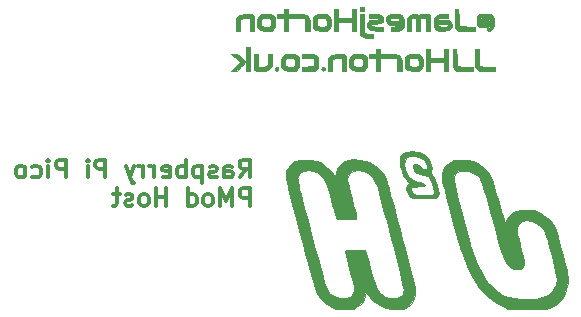
<source format=gbo>
G04 #@! TF.GenerationSoftware,KiCad,Pcbnew,6.0.8-f2edbf62ab~116~ubuntu22.04.1*
G04 #@! TF.CreationDate,2022-11-21T12:08:00-08:00*
G04 #@! TF.ProjectId,pico_pmod_host,7069636f-5f70-46d6-9f64-5f686f73742e,v0.1*
G04 #@! TF.SameCoordinates,Original*
G04 #@! TF.FileFunction,Legend,Bot*
G04 #@! TF.FilePolarity,Positive*
%FSLAX46Y46*%
G04 Gerber Fmt 4.6, Leading zero omitted, Abs format (unit mm)*
G04 Created by KiCad (PCBNEW 6.0.8-f2edbf62ab~116~ubuntu22.04.1) date 2022-11-21 12:08:00*
%MOMM*%
%LPD*%
G01*
G04 APERTURE LIST*
%ADD10C,0.375000*%
%ADD11C,0.010000*%
G04 APERTURE END LIST*
D10*
X136841964Y-97371071D02*
X137341964Y-96656785D01*
X137699107Y-97371071D02*
X137699107Y-95871071D01*
X137127678Y-95871071D01*
X136984821Y-95942500D01*
X136913392Y-96013928D01*
X136841964Y-96156785D01*
X136841964Y-96371071D01*
X136913392Y-96513928D01*
X136984821Y-96585357D01*
X137127678Y-96656785D01*
X137699107Y-96656785D01*
X135556250Y-97371071D02*
X135556250Y-96585357D01*
X135627678Y-96442500D01*
X135770535Y-96371071D01*
X136056250Y-96371071D01*
X136199107Y-96442500D01*
X135556250Y-97299642D02*
X135699107Y-97371071D01*
X136056250Y-97371071D01*
X136199107Y-97299642D01*
X136270535Y-97156785D01*
X136270535Y-97013928D01*
X136199107Y-96871071D01*
X136056250Y-96799642D01*
X135699107Y-96799642D01*
X135556250Y-96728214D01*
X134913392Y-97299642D02*
X134770535Y-97371071D01*
X134484821Y-97371071D01*
X134341964Y-97299642D01*
X134270535Y-97156785D01*
X134270535Y-97085357D01*
X134341964Y-96942500D01*
X134484821Y-96871071D01*
X134699107Y-96871071D01*
X134841964Y-96799642D01*
X134913392Y-96656785D01*
X134913392Y-96585357D01*
X134841964Y-96442500D01*
X134699107Y-96371071D01*
X134484821Y-96371071D01*
X134341964Y-96442500D01*
X133627678Y-96371071D02*
X133627678Y-97871071D01*
X133627678Y-96442500D02*
X133484821Y-96371071D01*
X133199107Y-96371071D01*
X133056250Y-96442500D01*
X132984821Y-96513928D01*
X132913392Y-96656785D01*
X132913392Y-97085357D01*
X132984821Y-97228214D01*
X133056250Y-97299642D01*
X133199107Y-97371071D01*
X133484821Y-97371071D01*
X133627678Y-97299642D01*
X132270535Y-97371071D02*
X132270535Y-95871071D01*
X132270535Y-96442500D02*
X132127678Y-96371071D01*
X131841964Y-96371071D01*
X131699107Y-96442500D01*
X131627678Y-96513928D01*
X131556250Y-96656785D01*
X131556250Y-97085357D01*
X131627678Y-97228214D01*
X131699107Y-97299642D01*
X131841964Y-97371071D01*
X132127678Y-97371071D01*
X132270535Y-97299642D01*
X130341964Y-97299642D02*
X130484821Y-97371071D01*
X130770535Y-97371071D01*
X130913392Y-97299642D01*
X130984821Y-97156785D01*
X130984821Y-96585357D01*
X130913392Y-96442500D01*
X130770535Y-96371071D01*
X130484821Y-96371071D01*
X130341964Y-96442500D01*
X130270535Y-96585357D01*
X130270535Y-96728214D01*
X130984821Y-96871071D01*
X129627678Y-97371071D02*
X129627678Y-96371071D01*
X129627678Y-96656785D02*
X129556250Y-96513928D01*
X129484821Y-96442500D01*
X129341964Y-96371071D01*
X129199107Y-96371071D01*
X128699107Y-97371071D02*
X128699107Y-96371071D01*
X128699107Y-96656785D02*
X128627678Y-96513928D01*
X128556250Y-96442500D01*
X128413392Y-96371071D01*
X128270535Y-96371071D01*
X127913392Y-96371071D02*
X127556250Y-97371071D01*
X127199107Y-96371071D02*
X127556250Y-97371071D01*
X127699107Y-97728214D01*
X127770535Y-97799642D01*
X127913392Y-97871071D01*
X125484821Y-97371071D02*
X125484821Y-95871071D01*
X124913392Y-95871071D01*
X124770535Y-95942500D01*
X124699107Y-96013928D01*
X124627678Y-96156785D01*
X124627678Y-96371071D01*
X124699107Y-96513928D01*
X124770535Y-96585357D01*
X124913392Y-96656785D01*
X125484821Y-96656785D01*
X123984821Y-97371071D02*
X123984821Y-96371071D01*
X123984821Y-95871071D02*
X124056250Y-95942500D01*
X123984821Y-96013928D01*
X123913392Y-95942500D01*
X123984821Y-95871071D01*
X123984821Y-96013928D01*
X122127678Y-97371071D02*
X122127678Y-95871071D01*
X121556250Y-95871071D01*
X121413392Y-95942500D01*
X121341964Y-96013928D01*
X121270535Y-96156785D01*
X121270535Y-96371071D01*
X121341964Y-96513928D01*
X121413392Y-96585357D01*
X121556250Y-96656785D01*
X122127678Y-96656785D01*
X120627678Y-97371071D02*
X120627678Y-96371071D01*
X120627678Y-95871071D02*
X120699107Y-95942500D01*
X120627678Y-96013928D01*
X120556250Y-95942500D01*
X120627678Y-95871071D01*
X120627678Y-96013928D01*
X119270535Y-97299642D02*
X119413392Y-97371071D01*
X119699107Y-97371071D01*
X119841964Y-97299642D01*
X119913392Y-97228214D01*
X119984821Y-97085357D01*
X119984821Y-96656785D01*
X119913392Y-96513928D01*
X119841964Y-96442500D01*
X119699107Y-96371071D01*
X119413392Y-96371071D01*
X119270535Y-96442500D01*
X118413392Y-97371071D02*
X118556250Y-97299642D01*
X118627678Y-97228214D01*
X118699107Y-97085357D01*
X118699107Y-96656785D01*
X118627678Y-96513928D01*
X118556250Y-96442500D01*
X118413392Y-96371071D01*
X118199107Y-96371071D01*
X118056250Y-96442500D01*
X117984821Y-96513928D01*
X117913392Y-96656785D01*
X117913392Y-97085357D01*
X117984821Y-97228214D01*
X118056250Y-97299642D01*
X118199107Y-97371071D01*
X118413392Y-97371071D01*
X137699107Y-99786071D02*
X137699107Y-98286071D01*
X137127678Y-98286071D01*
X136984821Y-98357500D01*
X136913392Y-98428928D01*
X136841964Y-98571785D01*
X136841964Y-98786071D01*
X136913392Y-98928928D01*
X136984821Y-99000357D01*
X137127678Y-99071785D01*
X137699107Y-99071785D01*
X136199107Y-99786071D02*
X136199107Y-98286071D01*
X135699107Y-99357500D01*
X135199107Y-98286071D01*
X135199107Y-99786071D01*
X134270535Y-99786071D02*
X134413392Y-99714642D01*
X134484821Y-99643214D01*
X134556250Y-99500357D01*
X134556250Y-99071785D01*
X134484821Y-98928928D01*
X134413392Y-98857500D01*
X134270535Y-98786071D01*
X134056250Y-98786071D01*
X133913392Y-98857500D01*
X133841964Y-98928928D01*
X133770535Y-99071785D01*
X133770535Y-99500357D01*
X133841964Y-99643214D01*
X133913392Y-99714642D01*
X134056250Y-99786071D01*
X134270535Y-99786071D01*
X132484821Y-99786071D02*
X132484821Y-98286071D01*
X132484821Y-99714642D02*
X132627678Y-99786071D01*
X132913392Y-99786071D01*
X133056250Y-99714642D01*
X133127678Y-99643214D01*
X133199107Y-99500357D01*
X133199107Y-99071785D01*
X133127678Y-98928928D01*
X133056250Y-98857500D01*
X132913392Y-98786071D01*
X132627678Y-98786071D01*
X132484821Y-98857500D01*
X130627678Y-99786071D02*
X130627678Y-98286071D01*
X130627678Y-99000357D02*
X129770535Y-99000357D01*
X129770535Y-99786071D02*
X129770535Y-98286071D01*
X128841964Y-99786071D02*
X128984821Y-99714642D01*
X129056250Y-99643214D01*
X129127678Y-99500357D01*
X129127678Y-99071785D01*
X129056250Y-98928928D01*
X128984821Y-98857500D01*
X128841964Y-98786071D01*
X128627678Y-98786071D01*
X128484821Y-98857500D01*
X128413392Y-98928928D01*
X128341964Y-99071785D01*
X128341964Y-99500357D01*
X128413392Y-99643214D01*
X128484821Y-99714642D01*
X128627678Y-99786071D01*
X128841964Y-99786071D01*
X127770535Y-99714642D02*
X127627678Y-99786071D01*
X127341964Y-99786071D01*
X127199107Y-99714642D01*
X127127678Y-99571785D01*
X127127678Y-99500357D01*
X127199107Y-99357500D01*
X127341964Y-99286071D01*
X127556250Y-99286071D01*
X127699107Y-99214642D01*
X127770535Y-99071785D01*
X127770535Y-99000357D01*
X127699107Y-98857500D01*
X127556250Y-98786071D01*
X127341964Y-98786071D01*
X127199107Y-98857500D01*
X126699107Y-98786071D02*
X126127678Y-98786071D01*
X126484821Y-98286071D02*
X126484821Y-99571785D01*
X126413392Y-99714642D01*
X126270535Y-99786071D01*
X126127678Y-99786071D01*
G04 #@! TO.C,G\u002A\u002A\u002A*
G36*
X153675568Y-98820367D02*
G01*
X153567620Y-99010953D01*
X153530526Y-99041175D01*
X153408468Y-99091384D01*
X153205770Y-99122936D01*
X152892933Y-99139315D01*
X152440460Y-99144000D01*
X152057106Y-99143057D01*
X151753418Y-99135529D01*
X151552317Y-99114340D01*
X151418419Y-99072411D01*
X151316337Y-99002665D01*
X151210688Y-98898024D01*
X151205482Y-98892536D01*
X151041391Y-98641024D01*
X150964005Y-98359578D01*
X150979731Y-98102212D01*
X151094981Y-97922940D01*
X151143703Y-97885514D01*
X151183478Y-97810588D01*
X151078168Y-97725669D01*
X151073546Y-97722731D01*
X150888764Y-97527302D01*
X150714240Y-97212237D01*
X150565605Y-96825921D01*
X150458489Y-96416743D01*
X150432473Y-96216979D01*
X150779727Y-96216979D01*
X150862862Y-96653802D01*
X150945833Y-96886759D01*
X151195617Y-97301798D01*
X151529888Y-97591946D01*
X151930112Y-97738370D01*
X152047542Y-97760013D01*
X152327200Y-97843957D01*
X152482049Y-97940898D01*
X152503632Y-98032782D01*
X152383490Y-98101553D01*
X152113167Y-98129156D01*
X152052005Y-98129553D01*
X151690313Y-98148077D01*
X151468530Y-98201487D01*
X151362136Y-98300193D01*
X151346611Y-98454605D01*
X151399566Y-98607842D01*
X151584000Y-98780957D01*
X151645753Y-98803375D01*
X151884786Y-98845340D01*
X152209861Y-98871249D01*
X152563040Y-98879141D01*
X152886385Y-98867054D01*
X153121958Y-98833026D01*
X153188938Y-98808513D01*
X153292575Y-98694996D01*
X153304632Y-98486746D01*
X153229299Y-98157388D01*
X153112431Y-97803791D01*
X152954882Y-97487877D01*
X152752947Y-97282773D01*
X152472521Y-97156423D01*
X152079495Y-97076772D01*
X151824681Y-97023139D01*
X151677181Y-96932977D01*
X151583020Y-96770965D01*
X151519966Y-96513811D01*
X151561091Y-96311169D01*
X151688893Y-96214120D01*
X151872986Y-96243891D01*
X152082983Y-96421709D01*
X152223895Y-96559710D01*
X152436281Y-96672900D01*
X152621856Y-96677035D01*
X152738215Y-96562974D01*
X152741016Y-96554895D01*
X152723637Y-96372087D01*
X152604216Y-96136130D01*
X152413124Y-95894362D01*
X152180735Y-95694121D01*
X151999502Y-95599101D01*
X151649939Y-95512881D01*
X151301004Y-95521365D01*
X151019847Y-95628358D01*
X150981972Y-95657130D01*
X150818886Y-95888306D01*
X150779727Y-96216979D01*
X150432473Y-96216979D01*
X150408524Y-96033089D01*
X150431340Y-95723347D01*
X150519816Y-95496490D01*
X150707960Y-95303024D01*
X151005219Y-95196976D01*
X151436198Y-95164667D01*
X151741966Y-95176669D01*
X152025541Y-95210942D01*
X152203400Y-95259679D01*
X152217370Y-95267005D01*
X152508524Y-95472204D01*
X152789669Y-95749542D01*
X152988559Y-96028296D01*
X152996204Y-96043422D01*
X153073950Y-96282668D01*
X153104544Y-96547333D01*
X153086015Y-96775343D01*
X153016391Y-96904624D01*
X153007030Y-96911899D01*
X153012033Y-97016941D01*
X153148920Y-97195191D01*
X153269007Y-97362845D01*
X153423161Y-97672313D01*
X153561910Y-98036462D01*
X153662123Y-98393048D01*
X153674717Y-98486746D01*
X153700667Y-98679829D01*
X153675568Y-98820367D01*
G37*
D11*
X153675568Y-98820367D02*
X153567620Y-99010953D01*
X153530526Y-99041175D01*
X153408468Y-99091384D01*
X153205770Y-99122936D01*
X152892933Y-99139315D01*
X152440460Y-99144000D01*
X152057106Y-99143057D01*
X151753418Y-99135529D01*
X151552317Y-99114340D01*
X151418419Y-99072411D01*
X151316337Y-99002665D01*
X151210688Y-98898024D01*
X151205482Y-98892536D01*
X151041391Y-98641024D01*
X150964005Y-98359578D01*
X150979731Y-98102212D01*
X151094981Y-97922940D01*
X151143703Y-97885514D01*
X151183478Y-97810588D01*
X151078168Y-97725669D01*
X151073546Y-97722731D01*
X150888764Y-97527302D01*
X150714240Y-97212237D01*
X150565605Y-96825921D01*
X150458489Y-96416743D01*
X150432473Y-96216979D01*
X150779727Y-96216979D01*
X150862862Y-96653802D01*
X150945833Y-96886759D01*
X151195617Y-97301798D01*
X151529888Y-97591946D01*
X151930112Y-97738370D01*
X152047542Y-97760013D01*
X152327200Y-97843957D01*
X152482049Y-97940898D01*
X152503632Y-98032782D01*
X152383490Y-98101553D01*
X152113167Y-98129156D01*
X152052005Y-98129553D01*
X151690313Y-98148077D01*
X151468530Y-98201487D01*
X151362136Y-98300193D01*
X151346611Y-98454605D01*
X151399566Y-98607842D01*
X151584000Y-98780957D01*
X151645753Y-98803375D01*
X151884786Y-98845340D01*
X152209861Y-98871249D01*
X152563040Y-98879141D01*
X152886385Y-98867054D01*
X153121958Y-98833026D01*
X153188938Y-98808513D01*
X153292575Y-98694996D01*
X153304632Y-98486746D01*
X153229299Y-98157388D01*
X153112431Y-97803791D01*
X152954882Y-97487877D01*
X152752947Y-97282773D01*
X152472521Y-97156423D01*
X152079495Y-97076772D01*
X151824681Y-97023139D01*
X151677181Y-96932977D01*
X151583020Y-96770965D01*
X151519966Y-96513811D01*
X151561091Y-96311169D01*
X151688893Y-96214120D01*
X151872986Y-96243891D01*
X152082983Y-96421709D01*
X152223895Y-96559710D01*
X152436281Y-96672900D01*
X152621856Y-96677035D01*
X152738215Y-96562974D01*
X152741016Y-96554895D01*
X152723637Y-96372087D01*
X152604216Y-96136130D01*
X152413124Y-95894362D01*
X152180735Y-95694121D01*
X151999502Y-95599101D01*
X151649939Y-95512881D01*
X151301004Y-95521365D01*
X151019847Y-95628358D01*
X150981972Y-95657130D01*
X150818886Y-95888306D01*
X150779727Y-96216979D01*
X150432473Y-96216979D01*
X150408524Y-96033089D01*
X150431340Y-95723347D01*
X150519816Y-95496490D01*
X150707960Y-95303024D01*
X151005219Y-95196976D01*
X151436198Y-95164667D01*
X151741966Y-95176669D01*
X152025541Y-95210942D01*
X152203400Y-95259679D01*
X152217370Y-95267005D01*
X152508524Y-95472204D01*
X152789669Y-95749542D01*
X152988559Y-96028296D01*
X152996204Y-96043422D01*
X153073950Y-96282668D01*
X153104544Y-96547333D01*
X153086015Y-96775343D01*
X153016391Y-96904624D01*
X153007030Y-96911899D01*
X153012033Y-97016941D01*
X153148920Y-97195191D01*
X153269007Y-97362845D01*
X153423161Y-97672313D01*
X153561910Y-98036462D01*
X153662123Y-98393048D01*
X153674717Y-98486746D01*
X153700667Y-98679829D01*
X153675568Y-98820367D01*
G36*
X151727817Y-107229694D02*
G01*
X151620122Y-107695009D01*
X151373342Y-108073533D01*
X150994561Y-108351500D01*
X150643415Y-108472251D01*
X150169775Y-108539103D01*
X149666053Y-108534477D01*
X149198322Y-108454581D01*
X148972817Y-108373204D01*
X148531983Y-108125788D01*
X148121656Y-107794308D01*
X147805133Y-107425518D01*
X147539931Y-107028703D01*
X147488675Y-107340852D01*
X147376621Y-107719697D01*
X147115470Y-108095939D01*
X146718229Y-108371427D01*
X146497119Y-108466216D01*
X146275631Y-108521039D01*
X146006460Y-108538187D01*
X145629407Y-108526218D01*
X145405975Y-108511575D01*
X145056504Y-108465226D01*
X144771859Y-108381529D01*
X144482906Y-108243431D01*
X144098384Y-107987438D01*
X143649123Y-107544128D01*
X143321344Y-107032240D01*
X143295936Y-106964991D01*
X143222659Y-106733609D01*
X143113415Y-106364429D01*
X142972688Y-105873453D01*
X142804962Y-105276680D01*
X142614719Y-104590113D01*
X142406444Y-103829751D01*
X142184621Y-103011596D01*
X141953732Y-102151647D01*
X141870460Y-101839882D01*
X141603990Y-100839182D01*
X141378890Y-99984871D01*
X141192919Y-99263652D01*
X141043838Y-98662228D01*
X140929406Y-98167302D01*
X140847382Y-97765576D01*
X140795528Y-97443753D01*
X140795161Y-97439836D01*
X141739373Y-97439836D01*
X141748854Y-97573320D01*
X141777493Y-97759410D01*
X141828459Y-98011953D01*
X141904922Y-98344795D01*
X142010054Y-98771783D01*
X142147024Y-99306762D01*
X142319003Y-99963578D01*
X142529161Y-100756078D01*
X142780668Y-101698109D01*
X142989589Y-102478962D01*
X143239351Y-103411083D01*
X143452044Y-104201352D01*
X143631527Y-104862303D01*
X143781659Y-105406475D01*
X143906297Y-105846403D01*
X144009302Y-106194625D01*
X144094532Y-106463676D01*
X144165845Y-106666094D01*
X144227100Y-106814416D01*
X144282156Y-106921177D01*
X144334872Y-106998914D01*
X144389106Y-107060165D01*
X144448717Y-107117466D01*
X144860483Y-107414199D01*
X145306434Y-107580391D01*
X145750729Y-107607044D01*
X146159278Y-107486798D01*
X146229423Y-107447321D01*
X146371441Y-107330395D01*
X146461438Y-107173486D01*
X146499079Y-106956510D01*
X146484031Y-106659384D01*
X146415960Y-106262024D01*
X146294533Y-105744347D01*
X146119416Y-105086269D01*
X146021780Y-104721742D01*
X145914016Y-104292492D01*
X145833298Y-103938222D01*
X145786194Y-103688189D01*
X145779276Y-103571650D01*
X145836392Y-103518594D01*
X145983161Y-103485846D01*
X146245117Y-103473947D01*
X146648989Y-103480083D01*
X147474258Y-103504334D01*
X147752952Y-104520334D01*
X147788110Y-104648382D01*
X147982433Y-105347168D01*
X148145109Y-105904568D01*
X148285547Y-106339942D01*
X148413153Y-106672655D01*
X148537335Y-106922070D01*
X148667499Y-107107549D01*
X148813054Y-107248455D01*
X148983406Y-107364152D01*
X149187963Y-107474001D01*
X149233417Y-107494761D01*
X149518861Y-107576359D01*
X149822963Y-107608092D01*
X150145495Y-107577089D01*
X150474161Y-107442155D01*
X150671507Y-107200476D01*
X150737334Y-106852220D01*
X150734160Y-106823111D01*
X150697649Y-106641767D01*
X150624186Y-106322876D01*
X150518634Y-105885265D01*
X150385859Y-105347758D01*
X150230724Y-104729183D01*
X150058092Y-104048367D01*
X149872829Y-103324134D01*
X149679798Y-102575312D01*
X149483862Y-101820727D01*
X149289886Y-101079205D01*
X149102735Y-100369572D01*
X148927271Y-99710655D01*
X148768359Y-99121279D01*
X148630864Y-98620272D01*
X148519648Y-98226459D01*
X148439576Y-97958667D01*
X148418709Y-97896572D01*
X148172668Y-97432989D01*
X147815248Y-97078884D01*
X147371102Y-96852814D01*
X146864879Y-96773334D01*
X146839731Y-96773473D01*
X146452758Y-96827208D01*
X146181466Y-96987975D01*
X146000564Y-97270316D01*
X145976892Y-97339047D01*
X145959684Y-97455878D01*
X145967146Y-97613571D01*
X146003570Y-97836538D01*
X146073250Y-98149195D01*
X146180479Y-98575952D01*
X146329549Y-99141225D01*
X146350209Y-99218982D01*
X146477627Y-99713168D01*
X146583469Y-100148729D01*
X146661848Y-100499519D01*
X146706873Y-100739392D01*
X146712658Y-100842203D01*
X146698723Y-100854068D01*
X146555913Y-100888759D01*
X146303501Y-100910732D01*
X145987887Y-100920158D01*
X145655473Y-100917213D01*
X145352659Y-100902070D01*
X145125847Y-100874902D01*
X145021436Y-100835882D01*
X145021355Y-100835749D01*
X144983046Y-100729412D01*
X144908879Y-100486811D01*
X144806751Y-100135130D01*
X144684555Y-99701556D01*
X144550187Y-99213272D01*
X144544246Y-99191449D01*
X144366705Y-98560903D01*
X144212477Y-98072013D01*
X144069525Y-97701621D01*
X143925816Y-97426570D01*
X143769316Y-97223702D01*
X143587989Y-97069860D01*
X143369802Y-96941885D01*
X143348320Y-96931239D01*
X143013663Y-96821193D01*
X142643334Y-96777374D01*
X142300211Y-96801919D01*
X142047175Y-96896961D01*
X141898166Y-97049731D01*
X141766987Y-97270903D01*
X141765200Y-97275304D01*
X141745878Y-97345113D01*
X141739373Y-97439836D01*
X140795161Y-97439836D01*
X140771601Y-97188538D01*
X140773363Y-96986631D01*
X140798572Y-96824737D01*
X140844989Y-96689558D01*
X140910373Y-96567798D01*
X140992485Y-96446158D01*
X141214596Y-96196229D01*
X141558670Y-95982186D01*
X141998048Y-95871965D01*
X142558474Y-95855861D01*
X142859625Y-95876663D01*
X143284264Y-95948049D01*
X143625334Y-96073118D01*
X143792716Y-96166033D01*
X144183635Y-96450320D01*
X144545119Y-96793186D01*
X144812284Y-97136500D01*
X144956810Y-97372667D01*
X145002150Y-97034631D01*
X145108147Y-96665300D01*
X145369709Y-96286273D01*
X145761770Y-96001248D01*
X146043320Y-95903279D01*
X146487470Y-95845276D01*
X146979536Y-95857006D01*
X147461412Y-95936279D01*
X147874992Y-96080906D01*
X147986830Y-96139818D01*
X148441002Y-96458550D01*
X148841169Y-96858514D01*
X149130773Y-97285460D01*
X149141779Y-97309422D01*
X149211653Y-97504399D01*
X149317122Y-97840024D01*
X149453119Y-98297447D01*
X149614576Y-98857815D01*
X149796425Y-99502279D01*
X149993598Y-100211985D01*
X150201027Y-100968084D01*
X150413645Y-101751723D01*
X150626383Y-102544052D01*
X150834173Y-103326218D01*
X151031948Y-104079371D01*
X151214640Y-104784660D01*
X151377180Y-105423232D01*
X151514501Y-105976237D01*
X151621535Y-106424823D01*
X151693213Y-106750139D01*
X151710630Y-106852220D01*
X151724469Y-106933334D01*
X151727817Y-107229694D01*
G37*
X151727817Y-107229694D02*
X151620122Y-107695009D01*
X151373342Y-108073533D01*
X150994561Y-108351500D01*
X150643415Y-108472251D01*
X150169775Y-108539103D01*
X149666053Y-108534477D01*
X149198322Y-108454581D01*
X148972817Y-108373204D01*
X148531983Y-108125788D01*
X148121656Y-107794308D01*
X147805133Y-107425518D01*
X147539931Y-107028703D01*
X147488675Y-107340852D01*
X147376621Y-107719697D01*
X147115470Y-108095939D01*
X146718229Y-108371427D01*
X146497119Y-108466216D01*
X146275631Y-108521039D01*
X146006460Y-108538187D01*
X145629407Y-108526218D01*
X145405975Y-108511575D01*
X145056504Y-108465226D01*
X144771859Y-108381529D01*
X144482906Y-108243431D01*
X144098384Y-107987438D01*
X143649123Y-107544128D01*
X143321344Y-107032240D01*
X143295936Y-106964991D01*
X143222659Y-106733609D01*
X143113415Y-106364429D01*
X142972688Y-105873453D01*
X142804962Y-105276680D01*
X142614719Y-104590113D01*
X142406444Y-103829751D01*
X142184621Y-103011596D01*
X141953732Y-102151647D01*
X141870460Y-101839882D01*
X141603990Y-100839182D01*
X141378890Y-99984871D01*
X141192919Y-99263652D01*
X141043838Y-98662228D01*
X140929406Y-98167302D01*
X140847382Y-97765576D01*
X140795528Y-97443753D01*
X140795161Y-97439836D01*
X141739373Y-97439836D01*
X141748854Y-97573320D01*
X141777493Y-97759410D01*
X141828459Y-98011953D01*
X141904922Y-98344795D01*
X142010054Y-98771783D01*
X142147024Y-99306762D01*
X142319003Y-99963578D01*
X142529161Y-100756078D01*
X142780668Y-101698109D01*
X142989589Y-102478962D01*
X143239351Y-103411083D01*
X143452044Y-104201352D01*
X143631527Y-104862303D01*
X143781659Y-105406475D01*
X143906297Y-105846403D01*
X144009302Y-106194625D01*
X144094532Y-106463676D01*
X144165845Y-106666094D01*
X144227100Y-106814416D01*
X144282156Y-106921177D01*
X144334872Y-106998914D01*
X144389106Y-107060165D01*
X144448717Y-107117466D01*
X144860483Y-107414199D01*
X145306434Y-107580391D01*
X145750729Y-107607044D01*
X146159278Y-107486798D01*
X146229423Y-107447321D01*
X146371441Y-107330395D01*
X146461438Y-107173486D01*
X146499079Y-106956510D01*
X146484031Y-106659384D01*
X146415960Y-106262024D01*
X146294533Y-105744347D01*
X146119416Y-105086269D01*
X146021780Y-104721742D01*
X145914016Y-104292492D01*
X145833298Y-103938222D01*
X145786194Y-103688189D01*
X145779276Y-103571650D01*
X145836392Y-103518594D01*
X145983161Y-103485846D01*
X146245117Y-103473947D01*
X146648989Y-103480083D01*
X147474258Y-103504334D01*
X147752952Y-104520334D01*
X147788110Y-104648382D01*
X147982433Y-105347168D01*
X148145109Y-105904568D01*
X148285547Y-106339942D01*
X148413153Y-106672655D01*
X148537335Y-106922070D01*
X148667499Y-107107549D01*
X148813054Y-107248455D01*
X148983406Y-107364152D01*
X149187963Y-107474001D01*
X149233417Y-107494761D01*
X149518861Y-107576359D01*
X149822963Y-107608092D01*
X150145495Y-107577089D01*
X150474161Y-107442155D01*
X150671507Y-107200476D01*
X150737334Y-106852220D01*
X150734160Y-106823111D01*
X150697649Y-106641767D01*
X150624186Y-106322876D01*
X150518634Y-105885265D01*
X150385859Y-105347758D01*
X150230724Y-104729183D01*
X150058092Y-104048367D01*
X149872829Y-103324134D01*
X149679798Y-102575312D01*
X149483862Y-101820727D01*
X149289886Y-101079205D01*
X149102735Y-100369572D01*
X148927271Y-99710655D01*
X148768359Y-99121279D01*
X148630864Y-98620272D01*
X148519648Y-98226459D01*
X148439576Y-97958667D01*
X148418709Y-97896572D01*
X148172668Y-97432989D01*
X147815248Y-97078884D01*
X147371102Y-96852814D01*
X146864879Y-96773334D01*
X146839731Y-96773473D01*
X146452758Y-96827208D01*
X146181466Y-96987975D01*
X146000564Y-97270316D01*
X145976892Y-97339047D01*
X145959684Y-97455878D01*
X145967146Y-97613571D01*
X146003570Y-97836538D01*
X146073250Y-98149195D01*
X146180479Y-98575952D01*
X146329549Y-99141225D01*
X146350209Y-99218982D01*
X146477627Y-99713168D01*
X146583469Y-100148729D01*
X146661848Y-100499519D01*
X146706873Y-100739392D01*
X146712658Y-100842203D01*
X146698723Y-100854068D01*
X146555913Y-100888759D01*
X146303501Y-100910732D01*
X145987887Y-100920158D01*
X145655473Y-100917213D01*
X145352659Y-100902070D01*
X145125847Y-100874902D01*
X145021436Y-100835882D01*
X145021355Y-100835749D01*
X144983046Y-100729412D01*
X144908879Y-100486811D01*
X144806751Y-100135130D01*
X144684555Y-99701556D01*
X144550187Y-99213272D01*
X144544246Y-99191449D01*
X144366705Y-98560903D01*
X144212477Y-98072013D01*
X144069525Y-97701621D01*
X143925816Y-97426570D01*
X143769316Y-97223702D01*
X143587989Y-97069860D01*
X143369802Y-96941885D01*
X143348320Y-96931239D01*
X143013663Y-96821193D01*
X142643334Y-96777374D01*
X142300211Y-96801919D01*
X142047175Y-96896961D01*
X141898166Y-97049731D01*
X141766987Y-97270903D01*
X141765200Y-97275304D01*
X141745878Y-97345113D01*
X141739373Y-97439836D01*
X140795161Y-97439836D01*
X140771601Y-97188538D01*
X140773363Y-96986631D01*
X140798572Y-96824737D01*
X140844989Y-96689558D01*
X140910373Y-96567798D01*
X140992485Y-96446158D01*
X141214596Y-96196229D01*
X141558670Y-95982186D01*
X141998048Y-95871965D01*
X142558474Y-95855861D01*
X142859625Y-95876663D01*
X143284264Y-95948049D01*
X143625334Y-96073118D01*
X143792716Y-96166033D01*
X144183635Y-96450320D01*
X144545119Y-96793186D01*
X144812284Y-97136500D01*
X144956810Y-97372667D01*
X145002150Y-97034631D01*
X145108147Y-96665300D01*
X145369709Y-96286273D01*
X145761770Y-96001248D01*
X146043320Y-95903279D01*
X146487470Y-95845276D01*
X146979536Y-95857006D01*
X147461412Y-95936279D01*
X147874992Y-96080906D01*
X147986830Y-96139818D01*
X148441002Y-96458550D01*
X148841169Y-96858514D01*
X149130773Y-97285460D01*
X149141779Y-97309422D01*
X149211653Y-97504399D01*
X149317122Y-97840024D01*
X149453119Y-98297447D01*
X149614576Y-98857815D01*
X149796425Y-99502279D01*
X149993598Y-100211985D01*
X150201027Y-100968084D01*
X150413645Y-101751723D01*
X150626383Y-102544052D01*
X150834173Y-103326218D01*
X151031948Y-104079371D01*
X151214640Y-104784660D01*
X151377180Y-105423232D01*
X151514501Y-105976237D01*
X151621535Y-106424823D01*
X151693213Y-106750139D01*
X151710630Y-106852220D01*
X151724469Y-106933334D01*
X151727817Y-107229694D01*
G36*
X164604137Y-106298334D02*
G01*
X164580162Y-106564287D01*
X164431313Y-107181407D01*
X164156199Y-107686880D01*
X163752723Y-108083847D01*
X163218791Y-108375447D01*
X163127133Y-108410288D01*
X162962046Y-108459954D01*
X162772788Y-108494347D01*
X162530339Y-108515550D01*
X162205681Y-108525647D01*
X161769797Y-108526721D01*
X161193667Y-108520856D01*
X159585000Y-108499667D01*
X158947997Y-108195441D01*
X158456332Y-107921376D01*
X157769727Y-107385615D01*
X157145841Y-106699640D01*
X156582865Y-105861007D01*
X156078993Y-104867274D01*
X155632416Y-103716000D01*
X155605045Y-103634020D01*
X155485122Y-103251439D01*
X155341010Y-102763443D01*
X155179131Y-102194418D01*
X155005907Y-101568750D01*
X154827761Y-100910827D01*
X154651116Y-100245035D01*
X154482393Y-99595759D01*
X154328015Y-98987388D01*
X154194404Y-98444306D01*
X154087983Y-97990901D01*
X154015173Y-97651559D01*
X153999450Y-97555189D01*
X154970667Y-97555189D01*
X154990674Y-97709267D01*
X155050674Y-98007564D01*
X155144601Y-98422593D01*
X155266337Y-98930676D01*
X155409768Y-99508141D01*
X155568777Y-100131310D01*
X155737249Y-100776510D01*
X155909067Y-101420064D01*
X156078116Y-102038299D01*
X156238279Y-102607539D01*
X156383442Y-103104109D01*
X156507487Y-103504334D01*
X156588000Y-103737101D01*
X156767796Y-104203237D01*
X156977366Y-104700427D01*
X157186089Y-105154226D01*
X157417915Y-105606154D01*
X157639777Y-105969951D01*
X157880552Y-106282201D01*
X158178134Y-106598055D01*
X158590099Y-106970666D01*
X159053105Y-107282622D01*
X159544326Y-107486769D01*
X160113895Y-107609296D01*
X160564748Y-107660014D01*
X161284836Y-107681190D01*
X161950129Y-107628213D01*
X162526584Y-107504591D01*
X162980157Y-107313835D01*
X163094313Y-107238129D01*
X163411446Y-106905158D01*
X163617608Y-106477571D01*
X163690649Y-105996436D01*
X163687473Y-105937172D01*
X163649298Y-105677353D01*
X163574315Y-105300577D01*
X163470612Y-104838222D01*
X163346276Y-104321671D01*
X163209394Y-103782303D01*
X163068053Y-103251499D01*
X162930342Y-102760640D01*
X162804347Y-102341105D01*
X162698156Y-102024277D01*
X162619856Y-101841535D01*
X162582716Y-101781284D01*
X162289339Y-101440997D01*
X161927506Y-101191310D01*
X161531253Y-101041179D01*
X161134617Y-100999558D01*
X160771635Y-101075399D01*
X160476344Y-101277657D01*
X160469101Y-101285534D01*
X160375146Y-101421518D01*
X160325288Y-101591877D01*
X160321234Y-101821925D01*
X160364695Y-102136975D01*
X160457381Y-102562340D01*
X160601000Y-103123334D01*
X160705059Y-103526795D01*
X160819240Y-104031460D01*
X160878499Y-104411571D01*
X160884412Y-104688192D01*
X160838554Y-104882384D01*
X160742500Y-105015211D01*
X160608239Y-105102912D01*
X160312348Y-105158805D01*
X159986320Y-105088179D01*
X159676804Y-104896242D01*
X159674562Y-104894269D01*
X159542269Y-104756305D01*
X159414141Y-104572880D01*
X159284778Y-104329078D01*
X159148781Y-104009986D01*
X159000749Y-103600691D01*
X158835283Y-103086279D01*
X158646981Y-102451835D01*
X158430444Y-101682447D01*
X158180271Y-100763199D01*
X158057006Y-100305285D01*
X157859316Y-99573971D01*
X157696966Y-98981113D01*
X157564548Y-98510374D01*
X157456656Y-98145419D01*
X157367884Y-97869911D01*
X157292824Y-97667516D01*
X157226069Y-97521897D01*
X157162213Y-97416718D01*
X157095849Y-97335644D01*
X157021571Y-97262338D01*
X157017834Y-97258848D01*
X156621603Y-96960664D01*
X156213386Y-96811135D01*
X155747086Y-96793297D01*
X155456179Y-96839670D01*
X155174962Y-96974800D01*
X155018869Y-97207670D01*
X154970667Y-97555189D01*
X153999450Y-97555189D01*
X153982398Y-97450667D01*
X153978564Y-97174060D01*
X154083853Y-96704315D01*
X154331851Y-96319162D01*
X154716667Y-96029996D01*
X154927106Y-95931324D01*
X155142242Y-95871581D01*
X155404716Y-95850359D01*
X155775000Y-95857822D01*
X156114090Y-95884793D01*
X156666308Y-96009093D01*
X157144973Y-96246468D01*
X157598844Y-96617220D01*
X157654638Y-96672767D01*
X157828707Y-96871556D01*
X157982957Y-97100244D01*
X158126730Y-97381416D01*
X158269366Y-97737659D01*
X158420205Y-98191558D01*
X158588588Y-98765699D01*
X158783855Y-99482667D01*
X158801854Y-99550240D01*
X158973325Y-100185985D01*
X159108571Y-100668787D01*
X159211287Y-101009191D01*
X159285169Y-101217745D01*
X159333911Y-101304997D01*
X159361209Y-101281493D01*
X159370759Y-101157780D01*
X159370916Y-101150483D01*
X159451371Y-100891779D01*
X159652164Y-100619350D01*
X159935063Y-100374372D01*
X160261835Y-100198024D01*
X160678171Y-100099905D01*
X161200782Y-100085688D01*
X161733259Y-100163083D01*
X162209667Y-100327700D01*
X162559662Y-100537405D01*
X162992867Y-100908475D01*
X163352318Y-101342651D01*
X163591988Y-101791201D01*
X163598564Y-101809134D01*
X163676045Y-102046975D01*
X163784495Y-102411516D01*
X163914376Y-102869224D01*
X164056153Y-103386567D01*
X164200287Y-103930011D01*
X164334616Y-104450513D01*
X164450809Y-104921011D01*
X164531529Y-105285662D01*
X164582000Y-105575093D01*
X164607443Y-105819930D01*
X164611754Y-105996436D01*
X164613081Y-106050802D01*
X164604137Y-106298334D01*
G37*
X164604137Y-106298334D02*
X164580162Y-106564287D01*
X164431313Y-107181407D01*
X164156199Y-107686880D01*
X163752723Y-108083847D01*
X163218791Y-108375447D01*
X163127133Y-108410288D01*
X162962046Y-108459954D01*
X162772788Y-108494347D01*
X162530339Y-108515550D01*
X162205681Y-108525647D01*
X161769797Y-108526721D01*
X161193667Y-108520856D01*
X159585000Y-108499667D01*
X158947997Y-108195441D01*
X158456332Y-107921376D01*
X157769727Y-107385615D01*
X157145841Y-106699640D01*
X156582865Y-105861007D01*
X156078993Y-104867274D01*
X155632416Y-103716000D01*
X155605045Y-103634020D01*
X155485122Y-103251439D01*
X155341010Y-102763443D01*
X155179131Y-102194418D01*
X155005907Y-101568750D01*
X154827761Y-100910827D01*
X154651116Y-100245035D01*
X154482393Y-99595759D01*
X154328015Y-98987388D01*
X154194404Y-98444306D01*
X154087983Y-97990901D01*
X154015173Y-97651559D01*
X153999450Y-97555189D01*
X154970667Y-97555189D01*
X154990674Y-97709267D01*
X155050674Y-98007564D01*
X155144601Y-98422593D01*
X155266337Y-98930676D01*
X155409768Y-99508141D01*
X155568777Y-100131310D01*
X155737249Y-100776510D01*
X155909067Y-101420064D01*
X156078116Y-102038299D01*
X156238279Y-102607539D01*
X156383442Y-103104109D01*
X156507487Y-103504334D01*
X156588000Y-103737101D01*
X156767796Y-104203237D01*
X156977366Y-104700427D01*
X157186089Y-105154226D01*
X157417915Y-105606154D01*
X157639777Y-105969951D01*
X157880552Y-106282201D01*
X158178134Y-106598055D01*
X158590099Y-106970666D01*
X159053105Y-107282622D01*
X159544326Y-107486769D01*
X160113895Y-107609296D01*
X160564748Y-107660014D01*
X161284836Y-107681190D01*
X161950129Y-107628213D01*
X162526584Y-107504591D01*
X162980157Y-107313835D01*
X163094313Y-107238129D01*
X163411446Y-106905158D01*
X163617608Y-106477571D01*
X163690649Y-105996436D01*
X163687473Y-105937172D01*
X163649298Y-105677353D01*
X163574315Y-105300577D01*
X163470612Y-104838222D01*
X163346276Y-104321671D01*
X163209394Y-103782303D01*
X163068053Y-103251499D01*
X162930342Y-102760640D01*
X162804347Y-102341105D01*
X162698156Y-102024277D01*
X162619856Y-101841535D01*
X162582716Y-101781284D01*
X162289339Y-101440997D01*
X161927506Y-101191310D01*
X161531253Y-101041179D01*
X161134617Y-100999558D01*
X160771635Y-101075399D01*
X160476344Y-101277657D01*
X160469101Y-101285534D01*
X160375146Y-101421518D01*
X160325288Y-101591877D01*
X160321234Y-101821925D01*
X160364695Y-102136975D01*
X160457381Y-102562340D01*
X160601000Y-103123334D01*
X160705059Y-103526795D01*
X160819240Y-104031460D01*
X160878499Y-104411571D01*
X160884412Y-104688192D01*
X160838554Y-104882384D01*
X160742500Y-105015211D01*
X160608239Y-105102912D01*
X160312348Y-105158805D01*
X159986320Y-105088179D01*
X159676804Y-104896242D01*
X159674562Y-104894269D01*
X159542269Y-104756305D01*
X159414141Y-104572880D01*
X159284778Y-104329078D01*
X159148781Y-104009986D01*
X159000749Y-103600691D01*
X158835283Y-103086279D01*
X158646981Y-102451835D01*
X158430444Y-101682447D01*
X158180271Y-100763199D01*
X158057006Y-100305285D01*
X157859316Y-99573971D01*
X157696966Y-98981113D01*
X157564548Y-98510374D01*
X157456656Y-98145419D01*
X157367884Y-97869911D01*
X157292824Y-97667516D01*
X157226069Y-97521897D01*
X157162213Y-97416718D01*
X157095849Y-97335644D01*
X157021571Y-97262338D01*
X157017834Y-97258848D01*
X156621603Y-96960664D01*
X156213386Y-96811135D01*
X155747086Y-96793297D01*
X155456179Y-96839670D01*
X155174962Y-96974800D01*
X155018869Y-97207670D01*
X154970667Y-97555189D01*
X153999450Y-97555189D01*
X153982398Y-97450667D01*
X153978564Y-97174060D01*
X154083853Y-96704315D01*
X154331851Y-96319162D01*
X154716667Y-96029996D01*
X154927106Y-95931324D01*
X155142242Y-95871581D01*
X155404716Y-95850359D01*
X155775000Y-95857822D01*
X156114090Y-95884793D01*
X156666308Y-96009093D01*
X157144973Y-96246468D01*
X157598844Y-96617220D01*
X157654638Y-96672767D01*
X157828707Y-96871556D01*
X157982957Y-97100244D01*
X158126730Y-97381416D01*
X158269366Y-97737659D01*
X158420205Y-98191558D01*
X158588588Y-98765699D01*
X158783855Y-99482667D01*
X158801854Y-99550240D01*
X158973325Y-100185985D01*
X159108571Y-100668787D01*
X159211287Y-101009191D01*
X159285169Y-101217745D01*
X159333911Y-101304997D01*
X159361209Y-101281493D01*
X159370759Y-101157780D01*
X159370916Y-101150483D01*
X159451371Y-100891779D01*
X159652164Y-100619350D01*
X159935063Y-100374372D01*
X160261835Y-100198024D01*
X160678171Y-100099905D01*
X161200782Y-100085688D01*
X161733259Y-100163083D01*
X162209667Y-100327700D01*
X162559662Y-100537405D01*
X162992867Y-100908475D01*
X163352318Y-101342651D01*
X163591988Y-101791201D01*
X163598564Y-101809134D01*
X163676045Y-102046975D01*
X163784495Y-102411516D01*
X163914376Y-102869224D01*
X164056153Y-103386567D01*
X164200287Y-103930011D01*
X164334616Y-104450513D01*
X164450809Y-104921011D01*
X164531529Y-105285662D01*
X164582000Y-105575093D01*
X164607443Y-105819930D01*
X164611754Y-105996436D01*
X164613081Y-106050802D01*
X164604137Y-106298334D01*
G36*
X142736794Y-86948844D02*
G01*
X142945950Y-86949850D01*
X143090703Y-86954510D01*
X143187347Y-86965647D01*
X143252175Y-86986081D01*
X143301482Y-87018634D01*
X143351560Y-87066128D01*
X143355870Y-87070453D01*
X143408475Y-87129555D01*
X143442594Y-87192462D01*
X143463164Y-87279385D01*
X143475119Y-87410538D01*
X143483392Y-87606136D01*
X143497951Y-88028850D01*
X143350042Y-88176758D01*
X143202134Y-88324667D01*
X142087890Y-88324667D01*
X142101028Y-88165917D01*
X142114167Y-88007167D01*
X143130167Y-87964833D01*
X143142772Y-87675273D01*
X143144506Y-87550881D01*
X143132850Y-87405796D01*
X143105838Y-87326023D01*
X143103735Y-87323629D01*
X143054187Y-87296482D01*
X142957329Y-87278809D01*
X142800763Y-87269221D01*
X142572095Y-87266333D01*
X142087890Y-87266333D01*
X142101028Y-87107583D01*
X142114167Y-86948833D01*
X142674226Y-86948833D01*
X142736794Y-86948844D01*
G37*
X142736794Y-86948844D02*
X142945950Y-86949850D01*
X143090703Y-86954510D01*
X143187347Y-86965647D01*
X143252175Y-86986081D01*
X143301482Y-87018634D01*
X143351560Y-87066128D01*
X143355870Y-87070453D01*
X143408475Y-87129555D01*
X143442594Y-87192462D01*
X143463164Y-87279385D01*
X143475119Y-87410538D01*
X143483392Y-87606136D01*
X143497951Y-88028850D01*
X143350042Y-88176758D01*
X143202134Y-88324667D01*
X142087890Y-88324667D01*
X142101028Y-88165917D01*
X142114167Y-88007167D01*
X143130167Y-87964833D01*
X143142772Y-87675273D01*
X143144506Y-87550881D01*
X143132850Y-87405796D01*
X143105838Y-87326023D01*
X143103735Y-87323629D01*
X143054187Y-87296482D01*
X142957329Y-87278809D01*
X142800763Y-87269221D01*
X142572095Y-87266333D01*
X142087890Y-87266333D01*
X142101028Y-87107583D01*
X142114167Y-86948833D01*
X142674226Y-86948833D01*
X142736794Y-86948844D01*
G36*
X144546116Y-84480074D02*
G01*
X144536352Y-84589088D01*
X144513291Y-84663333D01*
X144471213Y-84724447D01*
X144404400Y-84794067D01*
X144260467Y-84938000D01*
X143809632Y-84938000D01*
X143632455Y-84935096D01*
X143408344Y-84916768D01*
X143247745Y-84878569D01*
X143138367Y-84817028D01*
X143067922Y-84728678D01*
X143057797Y-84698676D01*
X143040618Y-84587925D01*
X143028758Y-84428153D01*
X143024334Y-84242951D01*
X143024338Y-84226133D01*
X143025729Y-84078155D01*
X143370057Y-84078155D01*
X143371591Y-84264397D01*
X143384167Y-84578167D01*
X143767219Y-84590226D01*
X143850635Y-84592128D01*
X144010309Y-84591287D01*
X144127021Y-84584477D01*
X144179969Y-84572587D01*
X144198549Y-84518962D01*
X144208847Y-84404746D01*
X144209097Y-84260460D01*
X144200230Y-84114433D01*
X144183176Y-83994993D01*
X144158867Y-83930467D01*
X144151117Y-83924720D01*
X144070947Y-83902017D01*
X143938444Y-83887106D01*
X143780048Y-83880508D01*
X143622202Y-83882743D01*
X143491347Y-83894331D01*
X143413924Y-83915795D01*
X143384425Y-83964991D01*
X143370057Y-84078155D01*
X143025729Y-84078155D01*
X143026072Y-84041624D01*
X143034352Y-83918476D01*
X143054110Y-83835012D01*
X143090279Y-83769552D01*
X143147793Y-83700418D01*
X143175269Y-83669999D01*
X143230213Y-83617652D01*
X143290383Y-83584721D01*
X143375628Y-83565716D01*
X143505801Y-83555150D01*
X143700751Y-83547534D01*
X143874998Y-83544308D01*
X144122083Y-83557313D01*
X144301993Y-83601169D01*
X144424651Y-83684093D01*
X144499979Y-83814302D01*
X144537899Y-84000012D01*
X144548334Y-84249442D01*
X144548328Y-84260460D01*
X144548301Y-84314652D01*
X144546116Y-84480074D01*
G37*
X144546116Y-84480074D02*
X144536352Y-84589088D01*
X144513291Y-84663333D01*
X144471213Y-84724447D01*
X144404400Y-84794067D01*
X144260467Y-84938000D01*
X143809632Y-84938000D01*
X143632455Y-84935096D01*
X143408344Y-84916768D01*
X143247745Y-84878569D01*
X143138367Y-84817028D01*
X143067922Y-84728678D01*
X143057797Y-84698676D01*
X143040618Y-84587925D01*
X143028758Y-84428153D01*
X143024334Y-84242951D01*
X143024338Y-84226133D01*
X143025729Y-84078155D01*
X143370057Y-84078155D01*
X143371591Y-84264397D01*
X143384167Y-84578167D01*
X143767219Y-84590226D01*
X143850635Y-84592128D01*
X144010309Y-84591287D01*
X144127021Y-84584477D01*
X144179969Y-84572587D01*
X144198549Y-84518962D01*
X144208847Y-84404746D01*
X144209097Y-84260460D01*
X144200230Y-84114433D01*
X144183176Y-83994993D01*
X144158867Y-83930467D01*
X144151117Y-83924720D01*
X144070947Y-83902017D01*
X143938444Y-83887106D01*
X143780048Y-83880508D01*
X143622202Y-83882743D01*
X143491347Y-83894331D01*
X143413924Y-83915795D01*
X143384425Y-83964991D01*
X143370057Y-84078155D01*
X143025729Y-84078155D01*
X143026072Y-84041624D01*
X143034352Y-83918476D01*
X143054110Y-83835012D01*
X143090279Y-83769552D01*
X143147793Y-83700418D01*
X143175269Y-83669999D01*
X143230213Y-83617652D01*
X143290383Y-83584721D01*
X143375628Y-83565716D01*
X143505801Y-83555150D01*
X143700751Y-83547534D01*
X143874998Y-83544308D01*
X144122083Y-83557313D01*
X144301993Y-83601169D01*
X144424651Y-83684093D01*
X144499979Y-83814302D01*
X144537899Y-84000012D01*
X144548334Y-84249442D01*
X144548328Y-84260460D01*
X144548301Y-84314652D01*
X144546116Y-84480074D01*
G36*
X150001093Y-86935701D02*
G01*
X150209427Y-86967575D01*
X150359615Y-87033269D01*
X150460695Y-87142753D01*
X150521705Y-87305998D01*
X150551683Y-87532973D01*
X150559667Y-87833648D01*
X150559667Y-88324667D01*
X150181273Y-88324667D01*
X150169387Y-87806083D01*
X150157500Y-87287500D01*
X149744750Y-87275384D01*
X149332000Y-87263267D01*
X149332000Y-86927667D01*
X149738353Y-86927667D01*
X150001093Y-86935701D01*
G37*
X150001093Y-86935701D02*
X150209427Y-86967575D01*
X150359615Y-87033269D01*
X150460695Y-87142753D01*
X150521705Y-87305998D01*
X150551683Y-87532973D01*
X150559667Y-87833648D01*
X150559667Y-88324667D01*
X150181273Y-88324667D01*
X150169387Y-87806083D01*
X150157500Y-87287500D01*
X149744750Y-87275384D01*
X149332000Y-87263267D01*
X149332000Y-86927667D01*
X149738353Y-86927667D01*
X150001093Y-86935701D01*
G36*
X155364500Y-83096500D02*
G01*
X155385667Y-83837333D01*
X155406834Y-84578167D01*
X156740334Y-84601483D01*
X156740334Y-84938000D01*
X155334867Y-84938000D01*
X155190934Y-84794066D01*
X155047000Y-84650133D01*
X155047000Y-83070222D01*
X155364500Y-83096500D01*
G37*
X155364500Y-83096500D02*
X155385667Y-83837333D01*
X155406834Y-84578167D01*
X156740334Y-84601483D01*
X156740334Y-84938000D01*
X155334867Y-84938000D01*
X155190934Y-84794066D01*
X155047000Y-84650133D01*
X155047000Y-83070222D01*
X155364500Y-83096500D01*
G36*
X152726476Y-83550058D02*
G01*
X152854343Y-83566661D01*
X152921867Y-83591800D01*
X152923225Y-83593259D01*
X152945350Y-83656656D01*
X152960746Y-83790943D01*
X152969742Y-84000649D01*
X152972667Y-84290300D01*
X152972667Y-84938000D01*
X152634000Y-84938000D01*
X152634000Y-83879667D01*
X152409634Y-83879667D01*
X152324422Y-83883173D01*
X152203448Y-83901575D01*
X152134467Y-83930467D01*
X152127498Y-83939949D01*
X152103272Y-84032065D01*
X152088599Y-84205940D01*
X152083667Y-84459633D01*
X152083667Y-84938000D01*
X151745000Y-84938000D01*
X151745000Y-83879667D01*
X151577157Y-83879667D01*
X151494000Y-83884661D01*
X151418064Y-83911627D01*
X151368073Y-83973252D01*
X151338818Y-84082000D01*
X151325086Y-84250334D01*
X151321667Y-84490717D01*
X151321667Y-84938000D01*
X150983000Y-84938000D01*
X150983000Y-84449807D01*
X150984339Y-84303347D01*
X150997027Y-84057691D01*
X151026429Y-83877378D01*
X151076582Y-83749857D01*
X151151522Y-83662573D01*
X151255284Y-83602976D01*
X151327269Y-83579883D01*
X151466990Y-83554869D01*
X151620829Y-83542818D01*
X151764422Y-83544228D01*
X151873404Y-83559591D01*
X151923413Y-83589404D01*
X151955125Y-83616636D01*
X152029991Y-83589404D01*
X152089540Y-83570298D01*
X152219797Y-83552112D01*
X152385305Y-83542720D01*
X152562164Y-83542056D01*
X152726476Y-83550058D01*
G37*
X152726476Y-83550058D02*
X152854343Y-83566661D01*
X152921867Y-83591800D01*
X152923225Y-83593259D01*
X152945350Y-83656656D01*
X152960746Y-83790943D01*
X152969742Y-84000649D01*
X152972667Y-84290300D01*
X152972667Y-84938000D01*
X152634000Y-84938000D01*
X152634000Y-83879667D01*
X152409634Y-83879667D01*
X152324422Y-83883173D01*
X152203448Y-83901575D01*
X152134467Y-83930467D01*
X152127498Y-83939949D01*
X152103272Y-84032065D01*
X152088599Y-84205940D01*
X152083667Y-84459633D01*
X152083667Y-84938000D01*
X151745000Y-84938000D01*
X151745000Y-83879667D01*
X151577157Y-83879667D01*
X151494000Y-83884661D01*
X151418064Y-83911627D01*
X151368073Y-83973252D01*
X151338818Y-84082000D01*
X151325086Y-84250334D01*
X151321667Y-84490717D01*
X151321667Y-84938000D01*
X150983000Y-84938000D01*
X150983000Y-84449807D01*
X150984339Y-84303347D01*
X150997027Y-84057691D01*
X151026429Y-83877378D01*
X151076582Y-83749857D01*
X151151522Y-83662573D01*
X151255284Y-83602976D01*
X151327269Y-83579883D01*
X151466990Y-83554869D01*
X151620829Y-83542818D01*
X151764422Y-83544228D01*
X151873404Y-83559591D01*
X151923413Y-83589404D01*
X151955125Y-83616636D01*
X152029991Y-83589404D01*
X152089540Y-83570298D01*
X152219797Y-83552112D01*
X152385305Y-83542720D01*
X152562164Y-83542056D01*
X152726476Y-83550058D01*
G36*
X148383448Y-83562340D02*
G01*
X148566180Y-83565055D01*
X148689560Y-83573352D01*
X148771220Y-83590133D01*
X148828794Y-83618302D01*
X148879912Y-83660760D01*
X148952772Y-83748524D01*
X149009263Y-83914613D01*
X148984310Y-84099023D01*
X148952078Y-84169913D01*
X148883819Y-84244336D01*
X148775495Y-84294366D01*
X148612318Y-84326024D01*
X148379500Y-84345333D01*
X148361661Y-84346327D01*
X148187585Y-84357269D01*
X148080483Y-84369924D01*
X148024103Y-84389708D01*
X148002192Y-84422039D01*
X147998500Y-84472333D01*
X147998500Y-84578167D01*
X148495917Y-84590093D01*
X148993334Y-84602020D01*
X148993334Y-84938000D01*
X148483232Y-84938000D01*
X148367580Y-84937175D01*
X148103467Y-84924676D01*
X147909650Y-84892719D01*
X147776195Y-84835648D01*
X147693168Y-84747809D01*
X147650637Y-84623547D01*
X147638667Y-84457206D01*
X147644078Y-84355930D01*
X147680915Y-84243902D01*
X147768924Y-84136923D01*
X147833670Y-84076135D01*
X147895786Y-84037139D01*
X147975453Y-84016386D01*
X148095043Y-84008140D01*
X148276924Y-84006667D01*
X148299811Y-84006643D01*
X148476828Y-84003559D01*
X148585302Y-83993577D01*
X148639745Y-83974260D01*
X148654667Y-83943167D01*
X148650941Y-83926039D01*
X148619287Y-83902846D01*
X148543939Y-83888677D01*
X148411260Y-83881596D01*
X148207612Y-83879667D01*
X147760556Y-83879667D01*
X147786834Y-83562167D01*
X148280958Y-83562167D01*
X148383448Y-83562340D01*
G37*
X148383448Y-83562340D02*
X148566180Y-83565055D01*
X148689560Y-83573352D01*
X148771220Y-83590133D01*
X148828794Y-83618302D01*
X148879912Y-83660760D01*
X148952772Y-83748524D01*
X149009263Y-83914613D01*
X148984310Y-84099023D01*
X148952078Y-84169913D01*
X148883819Y-84244336D01*
X148775495Y-84294366D01*
X148612318Y-84326024D01*
X148379500Y-84345333D01*
X148361661Y-84346327D01*
X148187585Y-84357269D01*
X148080483Y-84369924D01*
X148024103Y-84389708D01*
X148002192Y-84422039D01*
X147998500Y-84472333D01*
X147998500Y-84578167D01*
X148495917Y-84590093D01*
X148993334Y-84602020D01*
X148993334Y-84938000D01*
X148483232Y-84938000D01*
X148367580Y-84937175D01*
X148103467Y-84924676D01*
X147909650Y-84892719D01*
X147776195Y-84835648D01*
X147693168Y-84747809D01*
X147650637Y-84623547D01*
X147638667Y-84457206D01*
X147644078Y-84355930D01*
X147680915Y-84243902D01*
X147768924Y-84136923D01*
X147833670Y-84076135D01*
X147895786Y-84037139D01*
X147975453Y-84016386D01*
X148095043Y-84008140D01*
X148276924Y-84006667D01*
X148299811Y-84006643D01*
X148476828Y-84003559D01*
X148585302Y-83993577D01*
X148639745Y-83974260D01*
X148654667Y-83943167D01*
X148650941Y-83926039D01*
X148619287Y-83902846D01*
X148543939Y-83888677D01*
X148411260Y-83881596D01*
X148207612Y-83879667D01*
X147760556Y-83879667D01*
X147786834Y-83562167D01*
X148280958Y-83562167D01*
X148383448Y-83562340D01*
G36*
X140075797Y-88039041D02*
G01*
X140125697Y-88129003D01*
X140101693Y-88243067D01*
X140050784Y-88299249D01*
X139953836Y-88321690D01*
X139857800Y-88273867D01*
X139839736Y-88252816D01*
X139808973Y-88157011D01*
X139837578Y-88066435D01*
X139910509Y-88007166D01*
X140012725Y-88005280D01*
X140075797Y-88039041D01*
G37*
X140075797Y-88039041D02*
X140125697Y-88129003D01*
X140101693Y-88243067D01*
X140050784Y-88299249D01*
X139953836Y-88321690D01*
X139857800Y-88273867D01*
X139839736Y-88252816D01*
X139808973Y-88157011D01*
X139837578Y-88066435D01*
X139910509Y-88007166D01*
X140012725Y-88005280D01*
X140075797Y-88039041D01*
G36*
X144012797Y-88039041D02*
G01*
X144062697Y-88129003D01*
X144038693Y-88243067D01*
X143987784Y-88299249D01*
X143890836Y-88321690D01*
X143794800Y-88273867D01*
X143776736Y-88252816D01*
X143745973Y-88157011D01*
X143774578Y-88066435D01*
X143847509Y-88007166D01*
X143949725Y-88005280D01*
X144012797Y-88039041D01*
G37*
X144012797Y-88039041D02*
X144062697Y-88129003D01*
X144038693Y-88243067D01*
X143987784Y-88299249D01*
X143890836Y-88321690D01*
X143794800Y-88273867D01*
X143776736Y-88252816D01*
X143745973Y-88157011D01*
X143774578Y-88066435D01*
X143847509Y-88007166D01*
X143949725Y-88005280D01*
X144012797Y-88039041D01*
G36*
X154496667Y-83879667D02*
G01*
X154074140Y-83879667D01*
X153880973Y-83880956D01*
X153739268Y-83893545D01*
X153655722Y-83930883D01*
X153616519Y-84006424D01*
X153607841Y-84133622D01*
X153615875Y-84325930D01*
X153628834Y-84578167D01*
X154042321Y-84590292D01*
X154119220Y-84592311D01*
X154289815Y-84593293D01*
X154396706Y-84585626D01*
X154455293Y-84567432D01*
X154480974Y-84536836D01*
X154484783Y-84526159D01*
X154485391Y-84443290D01*
X154419755Y-84387199D01*
X154282475Y-84355382D01*
X154068150Y-84345333D01*
X153734667Y-84345333D01*
X153734667Y-84006667D01*
X154098552Y-84006667D01*
X154333943Y-84018345D01*
X154544164Y-84064478D01*
X154687830Y-84149590D01*
X154771501Y-84277850D01*
X154801737Y-84453424D01*
X154792876Y-84596438D01*
X154732646Y-84745986D01*
X154609304Y-84856096D01*
X154525629Y-84889931D01*
X154364506Y-84921924D01*
X154166434Y-84940089D01*
X153955461Y-84944152D01*
X153755635Y-84933836D01*
X153591004Y-84908866D01*
X153485615Y-84868967D01*
X153476611Y-84862444D01*
X153361715Y-84723961D01*
X153292290Y-84515669D01*
X153269000Y-84239500D01*
X153269380Y-84191526D01*
X153287973Y-83959262D01*
X153341400Y-83787253D01*
X153439147Y-83667460D01*
X153590697Y-83591845D01*
X153805533Y-83552372D01*
X154093141Y-83541000D01*
X154496667Y-83541000D01*
X154496667Y-83879667D01*
G37*
X154496667Y-83879667D02*
X154074140Y-83879667D01*
X153880973Y-83880956D01*
X153739268Y-83893545D01*
X153655722Y-83930883D01*
X153616519Y-84006424D01*
X153607841Y-84133622D01*
X153615875Y-84325930D01*
X153628834Y-84578167D01*
X154042321Y-84590292D01*
X154119220Y-84592311D01*
X154289815Y-84593293D01*
X154396706Y-84585626D01*
X154455293Y-84567432D01*
X154480974Y-84536836D01*
X154484783Y-84526159D01*
X154485391Y-84443290D01*
X154419755Y-84387199D01*
X154282475Y-84355382D01*
X154068150Y-84345333D01*
X153734667Y-84345333D01*
X153734667Y-84006667D01*
X154098552Y-84006667D01*
X154333943Y-84018345D01*
X154544164Y-84064478D01*
X154687830Y-84149590D01*
X154771501Y-84277850D01*
X154801737Y-84453424D01*
X154792876Y-84596438D01*
X154732646Y-84745986D01*
X154609304Y-84856096D01*
X154525629Y-84889931D01*
X154364506Y-84921924D01*
X154166434Y-84940089D01*
X153955461Y-84944152D01*
X153755635Y-84933836D01*
X153591004Y-84908866D01*
X153485615Y-84868967D01*
X153476611Y-84862444D01*
X153361715Y-84723961D01*
X153292290Y-84515669D01*
X153269000Y-84239500D01*
X153269380Y-84191526D01*
X153287973Y-83959262D01*
X153341400Y-83787253D01*
X153439147Y-83667460D01*
X153590697Y-83591845D01*
X153805533Y-83552372D01*
X154093141Y-83541000D01*
X154496667Y-83541000D01*
X154496667Y-83879667D01*
G36*
X140950000Y-83541000D02*
G01*
X141415667Y-83541000D01*
X141415667Y-83875242D01*
X141193417Y-83888038D01*
X140971167Y-83900833D01*
X140959281Y-84419417D01*
X140947395Y-84938000D01*
X140611334Y-84938000D01*
X140611334Y-83879667D01*
X140013556Y-83879667D01*
X140039834Y-83562167D01*
X140607040Y-83537229D01*
X140619770Y-83316865D01*
X140632500Y-83096500D01*
X140950000Y-83070222D01*
X140950000Y-83541000D01*
G37*
X140950000Y-83541000D02*
X141415667Y-83541000D01*
X141415667Y-83875242D01*
X141193417Y-83888038D01*
X140971167Y-83900833D01*
X140959281Y-84419417D01*
X140947395Y-84938000D01*
X140611334Y-84938000D01*
X140611334Y-83879667D01*
X140013556Y-83879667D01*
X140039834Y-83562167D01*
X140607040Y-83537229D01*
X140619770Y-83316865D01*
X140632500Y-83096500D01*
X140950000Y-83070222D01*
X140950000Y-83541000D01*
G36*
X152972667Y-87224000D02*
G01*
X154112371Y-87224000D01*
X154124602Y-86853583D01*
X154136834Y-86483167D01*
X154475500Y-86483167D01*
X154498318Y-88324667D01*
X154115667Y-88324667D01*
X154115667Y-87562667D01*
X152972667Y-87562667D01*
X152972667Y-88324667D01*
X152634000Y-88324667D01*
X152634000Y-86462000D01*
X152972667Y-86462000D01*
X152972667Y-87224000D01*
G37*
X152972667Y-87224000D02*
X154112371Y-87224000D01*
X154124602Y-86853583D01*
X154136834Y-86483167D01*
X154475500Y-86483167D01*
X154498318Y-88324667D01*
X154115667Y-88324667D01*
X154115667Y-87562667D01*
X152972667Y-87562667D01*
X152972667Y-88324667D01*
X152634000Y-88324667D01*
X152634000Y-86462000D01*
X152972667Y-86462000D01*
X152972667Y-87224000D01*
G36*
X157748307Y-83498737D02*
G01*
X157919257Y-83501094D01*
X158032414Y-83510158D01*
X158107792Y-83530410D01*
X158165402Y-83566333D01*
X158225257Y-83622410D01*
X158264559Y-83662817D01*
X158305243Y-83716029D01*
X158330172Y-83779613D01*
X158343203Y-83872143D01*
X158348194Y-84012192D01*
X158349000Y-84218333D01*
X158348711Y-84368591D01*
X158345428Y-84527115D01*
X158335297Y-84632370D01*
X158314463Y-84702929D01*
X158279069Y-84757367D01*
X158225257Y-84814256D01*
X158217098Y-84822303D01*
X158091324Y-84911863D01*
X157950090Y-84938000D01*
X157949165Y-84938000D01*
X157848624Y-84931107D01*
X157806923Y-84896619D01*
X157798667Y-84813682D01*
X157803800Y-84744673D01*
X157840806Y-84695316D01*
X157936250Y-84676099D01*
X158073834Y-84662833D01*
X158073834Y-83773833D01*
X157677987Y-83761605D01*
X157458688Y-83760509D01*
X157302260Y-83772921D01*
X157222904Y-83798538D01*
X157196796Y-83836476D01*
X157174383Y-83946249D01*
X157171298Y-84128267D01*
X157172252Y-84162787D01*
X157176476Y-84287005D01*
X157180764Y-84331436D01*
X157186521Y-84300137D01*
X157195151Y-84197167D01*
X157199948Y-84146405D01*
X157239812Y-83976047D01*
X157320924Y-83868079D01*
X157456031Y-83811423D01*
X157657880Y-83795000D01*
X157925667Y-83795000D01*
X157925667Y-83923942D01*
X157921518Y-83995705D01*
X157895222Y-84032892D01*
X157825941Y-84046867D01*
X157692834Y-84049000D01*
X157460000Y-84049000D01*
X157460000Y-84387667D01*
X157639917Y-84380550D01*
X157819834Y-84373434D01*
X157661084Y-84356828D01*
X157658388Y-84356545D01*
X157555187Y-84338290D01*
X157511421Y-84298700D01*
X157502334Y-84215778D01*
X157503385Y-84170113D01*
X157520170Y-84116348D01*
X157575667Y-84095087D01*
X157692834Y-84091333D01*
X157752190Y-84093949D01*
X157915092Y-84139627D01*
X158017266Y-84238378D01*
X158052667Y-84385266D01*
X158039408Y-84479943D01*
X157985484Y-84557748D01*
X157879999Y-84607503D01*
X157712303Y-84633909D01*
X157471748Y-84641667D01*
X157284718Y-84638534D01*
X157114564Y-84619573D01*
X157005158Y-84573286D01*
X156943323Y-84488310D01*
X156915885Y-84353278D01*
X156909667Y-84156825D01*
X156910432Y-84078959D01*
X156927043Y-83863068D01*
X156973521Y-83707192D01*
X157060601Y-83602074D01*
X157199021Y-83538453D01*
X157399515Y-83507070D01*
X157672821Y-83498667D01*
X157748307Y-83498737D01*
G37*
X157748307Y-83498737D02*
X157919257Y-83501094D01*
X158032414Y-83510158D01*
X158107792Y-83530410D01*
X158165402Y-83566333D01*
X158225257Y-83622410D01*
X158264559Y-83662817D01*
X158305243Y-83716029D01*
X158330172Y-83779613D01*
X158343203Y-83872143D01*
X158348194Y-84012192D01*
X158349000Y-84218333D01*
X158348711Y-84368591D01*
X158345428Y-84527115D01*
X158335297Y-84632370D01*
X158314463Y-84702929D01*
X158279069Y-84757367D01*
X158225257Y-84814256D01*
X158217098Y-84822303D01*
X158091324Y-84911863D01*
X157950090Y-84938000D01*
X157949165Y-84938000D01*
X157848624Y-84931107D01*
X157806923Y-84896619D01*
X157798667Y-84813682D01*
X157803800Y-84744673D01*
X157840806Y-84695316D01*
X157936250Y-84676099D01*
X158073834Y-84662833D01*
X158073834Y-83773833D01*
X157677987Y-83761605D01*
X157458688Y-83760509D01*
X157302260Y-83772921D01*
X157222904Y-83798538D01*
X157196796Y-83836476D01*
X157174383Y-83946249D01*
X157171298Y-84128267D01*
X157172252Y-84162787D01*
X157176476Y-84287005D01*
X157180764Y-84331436D01*
X157186521Y-84300137D01*
X157195151Y-84197167D01*
X157199948Y-84146405D01*
X157239812Y-83976047D01*
X157320924Y-83868079D01*
X157456031Y-83811423D01*
X157657880Y-83795000D01*
X157925667Y-83795000D01*
X157925667Y-83923942D01*
X157921518Y-83995705D01*
X157895222Y-84032892D01*
X157825941Y-84046867D01*
X157692834Y-84049000D01*
X157460000Y-84049000D01*
X157460000Y-84387667D01*
X157639917Y-84380550D01*
X157819834Y-84373434D01*
X157661084Y-84356828D01*
X157658388Y-84356545D01*
X157555187Y-84338290D01*
X157511421Y-84298700D01*
X157502334Y-84215778D01*
X157503385Y-84170113D01*
X157520170Y-84116348D01*
X157575667Y-84095087D01*
X157692834Y-84091333D01*
X157752190Y-84093949D01*
X157915092Y-84139627D01*
X158017266Y-84238378D01*
X158052667Y-84385266D01*
X158039408Y-84479943D01*
X157985484Y-84557748D01*
X157879999Y-84607503D01*
X157712303Y-84633909D01*
X157471748Y-84641667D01*
X157284718Y-84638534D01*
X157114564Y-84619573D01*
X157005158Y-84573286D01*
X156943323Y-84488310D01*
X156915885Y-84353278D01*
X156909667Y-84156825D01*
X156910432Y-84078959D01*
X156927043Y-83863068D01*
X156973521Y-83707192D01*
X157060601Y-83602074D01*
X157199021Y-83538453D01*
X157399515Y-83507070D01*
X157672821Y-83498667D01*
X157748307Y-83498737D01*
G36*
X137732667Y-88324667D02*
G01*
X137394000Y-88324667D01*
X137394000Y-86335000D01*
X137732667Y-86335000D01*
X137732667Y-88324667D01*
G37*
X137732667Y-88324667D02*
X137394000Y-88324667D01*
X137394000Y-86335000D01*
X137732667Y-86335000D01*
X137732667Y-88324667D01*
G36*
X157100167Y-86483167D02*
G01*
X157121334Y-87224000D01*
X157142500Y-87964833D01*
X157809250Y-87976491D01*
X158476000Y-87988150D01*
X158476000Y-88324667D01*
X157070534Y-88324667D01*
X156782667Y-88036800D01*
X156782667Y-86456889D01*
X157100167Y-86483167D01*
G37*
X157100167Y-86483167D02*
X157121334Y-87224000D01*
X157142500Y-87964833D01*
X157809250Y-87976491D01*
X158476000Y-87988150D01*
X158476000Y-88324667D01*
X157070534Y-88324667D01*
X156782667Y-88036800D01*
X156782667Y-86456889D01*
X157100167Y-86483167D01*
G36*
X145307112Y-86927943D02*
G01*
X145540317Y-86935022D01*
X145694675Y-86951949D01*
X145767534Y-86978467D01*
X145768892Y-86979926D01*
X145791017Y-87043322D01*
X145806412Y-87177610D01*
X145815408Y-87387316D01*
X145818334Y-87676967D01*
X145818334Y-88324667D01*
X145479667Y-88324667D01*
X145479667Y-87266333D01*
X145167876Y-87266333D01*
X145074338Y-87267368D01*
X144925990Y-87278303D01*
X144824520Y-87305450D01*
X144744543Y-87354072D01*
X144723199Y-87371226D01*
X144680437Y-87414154D01*
X144653894Y-87468510D01*
X144639714Y-87552604D01*
X144634036Y-87684744D01*
X144633000Y-87883239D01*
X144633000Y-88324667D01*
X144294334Y-88324667D01*
X144294334Y-87844094D01*
X144294340Y-87826925D01*
X144296315Y-87617038D01*
X144303905Y-87470908D01*
X144320116Y-87368997D01*
X144347954Y-87291767D01*
X144390428Y-87219677D01*
X144405148Y-87198206D01*
X144501944Y-87086440D01*
X144618808Y-87008921D01*
X144771655Y-86960238D01*
X144976398Y-86934979D01*
X145248951Y-86927732D01*
X145307112Y-86927943D01*
G37*
X145307112Y-86927943D02*
X145540317Y-86935022D01*
X145694675Y-86951949D01*
X145767534Y-86978467D01*
X145768892Y-86979926D01*
X145791017Y-87043322D01*
X145806412Y-87177610D01*
X145815408Y-87387316D01*
X145818334Y-87676967D01*
X145818334Y-88324667D01*
X145479667Y-88324667D01*
X145479667Y-87266333D01*
X145167876Y-87266333D01*
X145074338Y-87267368D01*
X144925990Y-87278303D01*
X144824520Y-87305450D01*
X144744543Y-87354072D01*
X144723199Y-87371226D01*
X144680437Y-87414154D01*
X144653894Y-87468510D01*
X144639714Y-87552604D01*
X144634036Y-87684744D01*
X144633000Y-87883239D01*
X144633000Y-88324667D01*
X144294334Y-88324667D01*
X144294334Y-87844094D01*
X144294340Y-87826925D01*
X144296315Y-87617038D01*
X144303905Y-87470908D01*
X144320116Y-87368997D01*
X144347954Y-87291767D01*
X144390428Y-87219677D01*
X144405148Y-87198206D01*
X144501944Y-87086440D01*
X144618808Y-87008921D01*
X144771655Y-86960238D01*
X144976398Y-86934979D01*
X145248951Y-86927732D01*
X145307112Y-86927943D01*
G36*
X141879116Y-87866740D02*
G01*
X141869352Y-87975755D01*
X141846291Y-88050000D01*
X141804213Y-88111113D01*
X141737400Y-88180733D01*
X141593467Y-88324667D01*
X141142632Y-88324667D01*
X140965455Y-88321762D01*
X140741344Y-88303435D01*
X140580745Y-88265235D01*
X140471367Y-88203695D01*
X140400922Y-88115345D01*
X140390797Y-88085343D01*
X140373618Y-87974592D01*
X140361758Y-87814820D01*
X140357334Y-87629617D01*
X140357338Y-87612800D01*
X140358729Y-87464822D01*
X140703057Y-87464822D01*
X140704591Y-87651063D01*
X140717167Y-87964833D01*
X141100219Y-87976892D01*
X141183635Y-87978794D01*
X141343309Y-87977953D01*
X141460021Y-87971143D01*
X141512969Y-87959253D01*
X141531549Y-87905629D01*
X141541847Y-87791412D01*
X141542097Y-87647127D01*
X141533230Y-87501100D01*
X141516176Y-87381659D01*
X141491867Y-87317133D01*
X141484117Y-87311387D01*
X141403947Y-87288684D01*
X141271444Y-87273773D01*
X141113048Y-87267174D01*
X140955202Y-87269409D01*
X140824347Y-87280998D01*
X140746924Y-87302461D01*
X140717425Y-87351658D01*
X140703057Y-87464822D01*
X140358729Y-87464822D01*
X140359072Y-87428290D01*
X140367352Y-87305143D01*
X140387110Y-87221678D01*
X140423279Y-87156218D01*
X140480793Y-87087084D01*
X140508269Y-87056666D01*
X140563213Y-87004319D01*
X140623383Y-86971388D01*
X140708628Y-86952383D01*
X140838801Y-86941817D01*
X141033751Y-86934201D01*
X141207998Y-86930975D01*
X141455083Y-86943980D01*
X141634993Y-86987836D01*
X141757651Y-87070760D01*
X141832979Y-87200968D01*
X141870899Y-87386679D01*
X141881334Y-87636109D01*
X141881328Y-87647127D01*
X141881301Y-87701318D01*
X141879116Y-87866740D01*
G37*
X141879116Y-87866740D02*
X141869352Y-87975755D01*
X141846291Y-88050000D01*
X141804213Y-88111113D01*
X141737400Y-88180733D01*
X141593467Y-88324667D01*
X141142632Y-88324667D01*
X140965455Y-88321762D01*
X140741344Y-88303435D01*
X140580745Y-88265235D01*
X140471367Y-88203695D01*
X140400922Y-88115345D01*
X140390797Y-88085343D01*
X140373618Y-87974592D01*
X140361758Y-87814820D01*
X140357334Y-87629617D01*
X140357338Y-87612800D01*
X140358729Y-87464822D01*
X140703057Y-87464822D01*
X140704591Y-87651063D01*
X140717167Y-87964833D01*
X141100219Y-87976892D01*
X141183635Y-87978794D01*
X141343309Y-87977953D01*
X141460021Y-87971143D01*
X141512969Y-87959253D01*
X141531549Y-87905629D01*
X141541847Y-87791412D01*
X141542097Y-87647127D01*
X141533230Y-87501100D01*
X141516176Y-87381659D01*
X141491867Y-87317133D01*
X141484117Y-87311387D01*
X141403947Y-87288684D01*
X141271444Y-87273773D01*
X141113048Y-87267174D01*
X140955202Y-87269409D01*
X140824347Y-87280998D01*
X140746924Y-87302461D01*
X140717425Y-87351658D01*
X140703057Y-87464822D01*
X140358729Y-87464822D01*
X140359072Y-87428290D01*
X140367352Y-87305143D01*
X140387110Y-87221678D01*
X140423279Y-87156218D01*
X140480793Y-87087084D01*
X140508269Y-87056666D01*
X140563213Y-87004319D01*
X140623383Y-86971388D01*
X140708628Y-86952383D01*
X140838801Y-86941817D01*
X141033751Y-86934201D01*
X141207998Y-86930975D01*
X141455083Y-86943980D01*
X141634993Y-86987836D01*
X141757651Y-87070760D01*
X141832979Y-87200968D01*
X141870899Y-87386679D01*
X141881334Y-87636109D01*
X141881328Y-87647127D01*
X141881301Y-87701318D01*
X141879116Y-87866740D01*
G36*
X145183334Y-83837333D02*
G01*
X146323038Y-83837333D01*
X146335269Y-83466917D01*
X146347500Y-83096500D01*
X146686167Y-83096500D01*
X146708985Y-84938000D01*
X146326334Y-84938000D01*
X146326334Y-84176000D01*
X145183334Y-84176000D01*
X145183334Y-84938000D01*
X144844667Y-84938000D01*
X144844667Y-83075333D01*
X145183334Y-83075333D01*
X145183334Y-83837333D01*
G37*
X145183334Y-83837333D02*
X146323038Y-83837333D01*
X146335269Y-83466917D01*
X146347500Y-83096500D01*
X146686167Y-83096500D01*
X146708985Y-84938000D01*
X146326334Y-84938000D01*
X146326334Y-84176000D01*
X145183334Y-84176000D01*
X145183334Y-84938000D01*
X144844667Y-84938000D01*
X144844667Y-83075333D01*
X145183334Y-83075333D01*
X145183334Y-83837333D01*
G36*
X137517778Y-83541277D02*
G01*
X137750984Y-83548355D01*
X137905342Y-83565283D01*
X137978200Y-83591800D01*
X137979558Y-83593259D01*
X138001683Y-83656656D01*
X138017079Y-83790943D01*
X138026075Y-84000649D01*
X138029000Y-84290300D01*
X138029000Y-84938000D01*
X137690334Y-84938000D01*
X137690334Y-83879667D01*
X137378543Y-83879667D01*
X137285004Y-83880701D01*
X137136656Y-83891636D01*
X137035187Y-83918784D01*
X136955210Y-83967406D01*
X136933866Y-83984560D01*
X136891103Y-84027487D01*
X136864561Y-84081844D01*
X136850381Y-84165938D01*
X136844702Y-84298078D01*
X136843667Y-84496572D01*
X136843667Y-84938000D01*
X136505000Y-84938000D01*
X136505000Y-84457427D01*
X136505006Y-84440258D01*
X136506982Y-84230371D01*
X136514572Y-84084241D01*
X136530783Y-83982331D01*
X136558621Y-83905100D01*
X136601094Y-83833010D01*
X136615815Y-83811540D01*
X136712610Y-83699773D01*
X136829474Y-83622254D01*
X136982321Y-83573571D01*
X137187064Y-83548312D01*
X137459617Y-83541066D01*
X137517778Y-83541277D01*
G37*
X137517778Y-83541277D02*
X137750984Y-83548355D01*
X137905342Y-83565283D01*
X137978200Y-83591800D01*
X137979558Y-83593259D01*
X138001683Y-83656656D01*
X138017079Y-83790943D01*
X138026075Y-84000649D01*
X138029000Y-84290300D01*
X138029000Y-84938000D01*
X137690334Y-84938000D01*
X137690334Y-83879667D01*
X137378543Y-83879667D01*
X137285004Y-83880701D01*
X137136656Y-83891636D01*
X137035187Y-83918784D01*
X136955210Y-83967406D01*
X136933866Y-83984560D01*
X136891103Y-84027487D01*
X136864561Y-84081844D01*
X136850381Y-84165938D01*
X136844702Y-84298078D01*
X136843667Y-84496572D01*
X136843667Y-84938000D01*
X136505000Y-84938000D01*
X136505000Y-84457427D01*
X136505006Y-84440258D01*
X136506982Y-84230371D01*
X136514572Y-84084241D01*
X136530783Y-83982331D01*
X136558621Y-83905100D01*
X136601094Y-83833010D01*
X136615815Y-83811540D01*
X136712610Y-83699773D01*
X136829474Y-83622254D01*
X136982321Y-83573571D01*
X137187064Y-83548312D01*
X137459617Y-83541066D01*
X137517778Y-83541277D01*
G36*
X136971773Y-87190199D02*
G01*
X136998761Y-87211684D01*
X137168482Y-87357026D01*
X137273342Y-87468088D01*
X137309244Y-87540616D01*
X137292004Y-87585553D01*
X137222145Y-87685352D01*
X137108323Y-87819365D01*
X136961018Y-87974532D01*
X136612703Y-88324667D01*
X136357768Y-88323599D01*
X136102834Y-88322531D01*
X136501800Y-87950822D01*
X136900765Y-87579112D01*
X136513144Y-87263972D01*
X136125522Y-86948833D01*
X136379957Y-86936199D01*
X136634392Y-86923564D01*
X136971773Y-87190199D01*
G37*
X136971773Y-87190199D02*
X136998761Y-87211684D01*
X137168482Y-87357026D01*
X137273342Y-87468088D01*
X137309244Y-87540616D01*
X137292004Y-87585553D01*
X137222145Y-87685352D01*
X137108323Y-87819365D01*
X136961018Y-87974532D01*
X136612703Y-88324667D01*
X136357768Y-88323599D01*
X136102834Y-88322531D01*
X136501800Y-87950822D01*
X136900765Y-87579112D01*
X136513144Y-87263972D01*
X136125522Y-86948833D01*
X136379957Y-86936199D01*
X136634392Y-86923564D01*
X136971773Y-87190199D01*
G36*
X155195167Y-86483167D02*
G01*
X155216334Y-87224000D01*
X155237500Y-87964833D01*
X155904250Y-87976491D01*
X156571000Y-87988150D01*
X156571000Y-88324667D01*
X155165534Y-88324667D01*
X154877667Y-88036800D01*
X154877667Y-86456889D01*
X155195167Y-86483167D01*
G37*
X155195167Y-86483167D02*
X155216334Y-87224000D01*
X155237500Y-87964833D01*
X155904250Y-87976491D01*
X156571000Y-87988150D01*
X156571000Y-88324667D01*
X155165534Y-88324667D01*
X154877667Y-88036800D01*
X154877667Y-86456889D01*
X155195167Y-86483167D01*
G36*
X139847116Y-84480074D02*
G01*
X139837352Y-84589088D01*
X139814291Y-84663333D01*
X139772213Y-84724447D01*
X139705400Y-84794067D01*
X139561467Y-84938000D01*
X139110632Y-84938000D01*
X138933455Y-84935096D01*
X138709344Y-84916768D01*
X138548745Y-84878569D01*
X138439367Y-84817028D01*
X138368922Y-84728678D01*
X138358797Y-84698676D01*
X138341618Y-84587925D01*
X138329758Y-84428153D01*
X138325334Y-84242951D01*
X138325338Y-84226133D01*
X138326729Y-84078155D01*
X138671057Y-84078155D01*
X138672591Y-84264397D01*
X138685167Y-84578167D01*
X139068219Y-84590226D01*
X139151635Y-84592128D01*
X139311309Y-84591287D01*
X139428021Y-84584477D01*
X139480969Y-84572587D01*
X139499549Y-84518962D01*
X139509847Y-84404746D01*
X139510097Y-84260460D01*
X139501230Y-84114433D01*
X139484176Y-83994993D01*
X139459867Y-83930467D01*
X139452117Y-83924720D01*
X139371947Y-83902017D01*
X139239444Y-83887106D01*
X139081048Y-83880508D01*
X138923202Y-83882743D01*
X138792347Y-83894331D01*
X138714924Y-83915795D01*
X138685425Y-83964991D01*
X138671057Y-84078155D01*
X138326729Y-84078155D01*
X138327072Y-84041624D01*
X138335352Y-83918476D01*
X138355110Y-83835012D01*
X138391279Y-83769552D01*
X138448793Y-83700418D01*
X138476269Y-83669999D01*
X138531213Y-83617652D01*
X138591383Y-83584721D01*
X138676628Y-83565716D01*
X138806801Y-83555150D01*
X139001751Y-83547534D01*
X139175998Y-83544308D01*
X139423083Y-83557313D01*
X139602993Y-83601169D01*
X139725651Y-83684093D01*
X139800979Y-83814302D01*
X139838899Y-84000012D01*
X139849334Y-84249442D01*
X139849328Y-84260460D01*
X139849301Y-84314652D01*
X139847116Y-84480074D01*
G37*
X139847116Y-84480074D02*
X139837352Y-84589088D01*
X139814291Y-84663333D01*
X139772213Y-84724447D01*
X139705400Y-84794067D01*
X139561467Y-84938000D01*
X139110632Y-84938000D01*
X138933455Y-84935096D01*
X138709344Y-84916768D01*
X138548745Y-84878569D01*
X138439367Y-84817028D01*
X138368922Y-84728678D01*
X138358797Y-84698676D01*
X138341618Y-84587925D01*
X138329758Y-84428153D01*
X138325334Y-84242951D01*
X138325338Y-84226133D01*
X138326729Y-84078155D01*
X138671057Y-84078155D01*
X138672591Y-84264397D01*
X138685167Y-84578167D01*
X139068219Y-84590226D01*
X139151635Y-84592128D01*
X139311309Y-84591287D01*
X139428021Y-84584477D01*
X139480969Y-84572587D01*
X139499549Y-84518962D01*
X139509847Y-84404746D01*
X139510097Y-84260460D01*
X139501230Y-84114433D01*
X139484176Y-83994993D01*
X139459867Y-83930467D01*
X139452117Y-83924720D01*
X139371947Y-83902017D01*
X139239444Y-83887106D01*
X139081048Y-83880508D01*
X138923202Y-83882743D01*
X138792347Y-83894331D01*
X138714924Y-83915795D01*
X138685425Y-83964991D01*
X138671057Y-84078155D01*
X138326729Y-84078155D01*
X138327072Y-84041624D01*
X138335352Y-83918476D01*
X138355110Y-83835012D01*
X138391279Y-83769552D01*
X138448793Y-83700418D01*
X138476269Y-83669999D01*
X138531213Y-83617652D01*
X138591383Y-83584721D01*
X138676628Y-83565716D01*
X138806801Y-83555150D01*
X139001751Y-83547534D01*
X139175998Y-83544308D01*
X139423083Y-83557313D01*
X139602993Y-83601169D01*
X139725651Y-83684093D01*
X139800979Y-83814302D01*
X139838899Y-84000012D01*
X139849334Y-84249442D01*
X139849328Y-84260460D01*
X139849301Y-84314652D01*
X139847116Y-84480074D01*
G36*
X152335450Y-87866740D02*
G01*
X152325686Y-87975755D01*
X152302624Y-88050000D01*
X152260546Y-88111113D01*
X152193734Y-88180733D01*
X152049800Y-88324667D01*
X151598965Y-88324667D01*
X151421788Y-88321762D01*
X151197677Y-88303435D01*
X151037078Y-88265235D01*
X150927701Y-88203695D01*
X150857255Y-88115345D01*
X150847131Y-88085343D01*
X150829951Y-87974592D01*
X150818091Y-87814820D01*
X150813667Y-87629617D01*
X150813671Y-87612800D01*
X150815062Y-87464822D01*
X151159391Y-87464822D01*
X151160924Y-87651063D01*
X151173500Y-87964833D01*
X151556553Y-87976892D01*
X151639968Y-87978794D01*
X151799642Y-87977953D01*
X151916354Y-87971143D01*
X151969303Y-87959253D01*
X151987883Y-87905629D01*
X151998181Y-87791412D01*
X151998431Y-87647127D01*
X151989563Y-87501100D01*
X151972510Y-87381659D01*
X151948200Y-87317133D01*
X151940451Y-87311387D01*
X151860281Y-87288684D01*
X151727777Y-87273773D01*
X151569381Y-87267174D01*
X151411535Y-87269409D01*
X151280680Y-87280998D01*
X151203258Y-87302461D01*
X151173758Y-87351658D01*
X151159391Y-87464822D01*
X150815062Y-87464822D01*
X150815406Y-87428290D01*
X150823685Y-87305143D01*
X150843443Y-87221678D01*
X150879612Y-87156218D01*
X150937126Y-87087084D01*
X150964602Y-87056666D01*
X151019546Y-87004319D01*
X151079716Y-86971388D01*
X151164962Y-86952383D01*
X151295134Y-86941817D01*
X151490084Y-86934201D01*
X151664331Y-86930975D01*
X151911416Y-86943980D01*
X152091326Y-86987836D01*
X152213984Y-87070760D01*
X152289312Y-87200968D01*
X152327232Y-87386679D01*
X152337667Y-87636109D01*
X152337661Y-87647127D01*
X152337635Y-87701318D01*
X152335450Y-87866740D01*
G37*
X152335450Y-87866740D02*
X152325686Y-87975755D01*
X152302624Y-88050000D01*
X152260546Y-88111113D01*
X152193734Y-88180733D01*
X152049800Y-88324667D01*
X151598965Y-88324667D01*
X151421788Y-88321762D01*
X151197677Y-88303435D01*
X151037078Y-88265235D01*
X150927701Y-88203695D01*
X150857255Y-88115345D01*
X150847131Y-88085343D01*
X150829951Y-87974592D01*
X150818091Y-87814820D01*
X150813667Y-87629617D01*
X150813671Y-87612800D01*
X150815062Y-87464822D01*
X151159391Y-87464822D01*
X151160924Y-87651063D01*
X151173500Y-87964833D01*
X151556553Y-87976892D01*
X151639968Y-87978794D01*
X151799642Y-87977953D01*
X151916354Y-87971143D01*
X151969303Y-87959253D01*
X151987883Y-87905629D01*
X151998181Y-87791412D01*
X151998431Y-87647127D01*
X151989563Y-87501100D01*
X151972510Y-87381659D01*
X151948200Y-87317133D01*
X151940451Y-87311387D01*
X151860281Y-87288684D01*
X151727777Y-87273773D01*
X151569381Y-87267174D01*
X151411535Y-87269409D01*
X151280680Y-87280998D01*
X151203258Y-87302461D01*
X151173758Y-87351658D01*
X151159391Y-87464822D01*
X150815062Y-87464822D01*
X150815406Y-87428290D01*
X150823685Y-87305143D01*
X150843443Y-87221678D01*
X150879612Y-87156218D01*
X150937126Y-87087084D01*
X150964602Y-87056666D01*
X151019546Y-87004319D01*
X151079716Y-86971388D01*
X151164962Y-86952383D01*
X151295134Y-86941817D01*
X151490084Y-86934201D01*
X151664331Y-86930975D01*
X151911416Y-86943980D01*
X152091326Y-86987836D01*
X152213984Y-87070760D01*
X152289312Y-87200968D01*
X152327232Y-87386679D01*
X152337667Y-87636109D01*
X152337661Y-87647127D01*
X152337635Y-87701318D01*
X152335450Y-87866740D01*
G36*
X142211759Y-83549034D02*
G01*
X142420094Y-83580908D01*
X142570282Y-83646602D01*
X142671362Y-83756087D01*
X142732372Y-83919332D01*
X142762350Y-84146306D01*
X142770334Y-84446981D01*
X142770334Y-84938000D01*
X142391940Y-84938000D01*
X142380053Y-84419417D01*
X142368167Y-83900833D01*
X141542667Y-83876601D01*
X141542667Y-83541000D01*
X141949019Y-83541000D01*
X142211759Y-83549034D01*
G37*
X142211759Y-83549034D02*
X142420094Y-83580908D01*
X142570282Y-83646602D01*
X142671362Y-83756087D01*
X142732372Y-83919332D01*
X142762350Y-84146306D01*
X142770334Y-84446981D01*
X142770334Y-84938000D01*
X142391940Y-84938000D01*
X142380053Y-84419417D01*
X142368167Y-83900833D01*
X141542667Y-83876601D01*
X141542667Y-83541000D01*
X141949019Y-83541000D01*
X142211759Y-83549034D01*
G36*
X147384667Y-84299537D02*
G01*
X147385723Y-84517079D01*
X147389272Y-84743530D01*
X147394874Y-84930347D01*
X147402060Y-85062519D01*
X147410363Y-85125037D01*
X147433913Y-85155138D01*
X147495520Y-85177512D01*
X147609279Y-85188852D01*
X147791363Y-85192000D01*
X148146667Y-85192000D01*
X148146667Y-85530667D01*
X147745168Y-85530667D01*
X147733929Y-85530665D01*
X147548310Y-85528996D01*
X147424455Y-85520804D01*
X147340560Y-85501103D01*
X147274816Y-85464906D01*
X147205418Y-85407224D01*
X147067167Y-85283781D01*
X147054163Y-84412390D01*
X147041159Y-83541000D01*
X147384667Y-83541000D01*
X147384667Y-84299537D01*
G37*
X147384667Y-84299537D02*
X147385723Y-84517079D01*
X147389272Y-84743530D01*
X147394874Y-84930347D01*
X147402060Y-85062519D01*
X147410363Y-85125037D01*
X147433913Y-85155138D01*
X147495520Y-85177512D01*
X147609279Y-85188852D01*
X147791363Y-85192000D01*
X148146667Y-85192000D01*
X148146667Y-85530667D01*
X147745168Y-85530667D01*
X147733929Y-85530665D01*
X147548310Y-85528996D01*
X147424455Y-85520804D01*
X147340560Y-85501103D01*
X147274816Y-85464906D01*
X147205418Y-85407224D01*
X147067167Y-85283781D01*
X147054163Y-84412390D01*
X147041159Y-83541000D01*
X147384667Y-83541000D01*
X147384667Y-84299537D01*
G36*
X138208917Y-86935816D02*
G01*
X138388834Y-86948833D01*
X138400720Y-87467417D01*
X138412606Y-87986000D01*
X138739387Y-87985352D01*
X138769283Y-87985164D01*
X138927666Y-87979785D01*
X139050305Y-87968571D01*
X139112746Y-87953602D01*
X139177826Y-87884012D01*
X139223441Y-87764004D01*
X139248814Y-87584120D01*
X139256667Y-87332616D01*
X139256667Y-86927667D01*
X139595334Y-86927667D01*
X139595268Y-87382750D01*
X139595246Y-87399271D01*
X139586644Y-87666319D01*
X139558695Y-87866710D01*
X139505855Y-88016507D01*
X139422579Y-88131773D01*
X139303323Y-88228573D01*
X139276691Y-88245784D01*
X139208423Y-88281233D01*
X139128731Y-88304201D01*
X139019311Y-88317334D01*
X138861857Y-88323274D01*
X138638063Y-88324667D01*
X138529774Y-88324477D01*
X138342674Y-88321925D01*
X138218459Y-88314657D01*
X138142098Y-88300495D01*
X138098563Y-88277263D01*
X138072823Y-88242783D01*
X138067425Y-88228198D01*
X138052198Y-88133197D01*
X138040014Y-87975885D01*
X138031930Y-87773141D01*
X138029000Y-87541849D01*
X138029000Y-86922798D01*
X138208917Y-86935816D01*
G37*
X138208917Y-86935816D02*
X138388834Y-86948833D01*
X138400720Y-87467417D01*
X138412606Y-87986000D01*
X138739387Y-87985352D01*
X138769283Y-87985164D01*
X138927666Y-87979785D01*
X139050305Y-87968571D01*
X139112746Y-87953602D01*
X139177826Y-87884012D01*
X139223441Y-87764004D01*
X139248814Y-87584120D01*
X139256667Y-87332616D01*
X139256667Y-86927667D01*
X139595334Y-86927667D01*
X139595268Y-87382750D01*
X139595246Y-87399271D01*
X139586644Y-87666319D01*
X139558695Y-87866710D01*
X139505855Y-88016507D01*
X139422579Y-88131773D01*
X139303323Y-88228573D01*
X139276691Y-88245784D01*
X139208423Y-88281233D01*
X139128731Y-88304201D01*
X139019311Y-88317334D01*
X138861857Y-88323274D01*
X138638063Y-88324667D01*
X138529774Y-88324477D01*
X138342674Y-88321925D01*
X138218459Y-88314657D01*
X138142098Y-88300495D01*
X138098563Y-88277263D01*
X138072823Y-88242783D01*
X138067425Y-88228198D01*
X138052198Y-88133197D01*
X138040014Y-87975885D01*
X138031930Y-87773141D01*
X138029000Y-87541849D01*
X138029000Y-86922798D01*
X138208917Y-86935816D01*
G36*
X150052584Y-83547534D02*
G01*
X150147142Y-83550856D01*
X150311301Y-83559088D01*
X150419369Y-83572671D01*
X150491198Y-83597095D01*
X150546639Y-83637848D01*
X150605541Y-83700418D01*
X150611526Y-83707137D01*
X150666898Y-83774954D01*
X150701426Y-83840976D01*
X150720015Y-83926815D01*
X150727572Y-84054086D01*
X150729000Y-84244401D01*
X150728957Y-84318919D01*
X150726648Y-84482628D01*
X150716712Y-84590585D01*
X150693541Y-84664202D01*
X150651528Y-84724892D01*
X150585067Y-84794067D01*
X150571641Y-84807469D01*
X150503582Y-84870689D01*
X150440353Y-84909266D01*
X150359578Y-84929286D01*
X150238886Y-84936836D01*
X150055900Y-84938000D01*
X149670667Y-84938000D01*
X149670667Y-84602757D01*
X150369167Y-84578167D01*
X150369167Y-83900833D01*
X149967000Y-83900833D01*
X149898974Y-83900860D01*
X149736392Y-83902501D01*
X149637547Y-83909728D01*
X149586578Y-83926716D01*
X149567627Y-83957638D01*
X149564834Y-84006667D01*
X149567387Y-84052595D01*
X149586587Y-84087243D01*
X149639441Y-84106994D01*
X149742942Y-84117595D01*
X149914084Y-84124795D01*
X150263334Y-84137091D01*
X150263334Y-84472333D01*
X149878100Y-84472333D01*
X149842220Y-84472324D01*
X149671207Y-84470516D01*
X149558745Y-84461306D01*
X149482462Y-84438606D01*
X149419983Y-84396333D01*
X149348934Y-84328400D01*
X149276680Y-84248508D01*
X149219922Y-84143215D01*
X149205000Y-84016609D01*
X149232569Y-83853412D01*
X149332397Y-83694454D01*
X149497275Y-83585014D01*
X149606112Y-83559613D01*
X149796925Y-83545812D01*
X150052584Y-83547534D01*
G37*
X150052584Y-83547534D02*
X150147142Y-83550856D01*
X150311301Y-83559088D01*
X150419369Y-83572671D01*
X150491198Y-83597095D01*
X150546639Y-83637848D01*
X150605541Y-83700418D01*
X150611526Y-83707137D01*
X150666898Y-83774954D01*
X150701426Y-83840976D01*
X150720015Y-83926815D01*
X150727572Y-84054086D01*
X150729000Y-84244401D01*
X150728957Y-84318919D01*
X150726648Y-84482628D01*
X150716712Y-84590585D01*
X150693541Y-84664202D01*
X150651528Y-84724892D01*
X150585067Y-84794067D01*
X150571641Y-84807469D01*
X150503582Y-84870689D01*
X150440353Y-84909266D01*
X150359578Y-84929286D01*
X150238886Y-84936836D01*
X150055900Y-84938000D01*
X149670667Y-84938000D01*
X149670667Y-84602757D01*
X150369167Y-84578167D01*
X150369167Y-83900833D01*
X149967000Y-83900833D01*
X149898974Y-83900860D01*
X149736392Y-83902501D01*
X149637547Y-83909728D01*
X149586578Y-83926716D01*
X149567627Y-83957638D01*
X149564834Y-84006667D01*
X149567387Y-84052595D01*
X149586587Y-84087243D01*
X149639441Y-84106994D01*
X149742942Y-84117595D01*
X149914084Y-84124795D01*
X150263334Y-84137091D01*
X150263334Y-84472333D01*
X149878100Y-84472333D01*
X149842220Y-84472324D01*
X149671207Y-84470516D01*
X149558745Y-84461306D01*
X149482462Y-84438606D01*
X149419983Y-84396333D01*
X149348934Y-84328400D01*
X149276680Y-84248508D01*
X149219922Y-84143215D01*
X149205000Y-84016609D01*
X149232569Y-83853412D01*
X149332397Y-83694454D01*
X149497275Y-83585014D01*
X149606112Y-83559613D01*
X149796925Y-83545812D01*
X150052584Y-83547534D01*
G36*
X148739334Y-86927667D02*
G01*
X149205000Y-86927667D01*
X149205000Y-87261909D01*
X148982750Y-87274704D01*
X148760500Y-87287500D01*
X148748614Y-87806083D01*
X148736728Y-88324667D01*
X148400667Y-88324667D01*
X148400667Y-87266333D01*
X147802890Y-87266333D01*
X147816028Y-87107583D01*
X147829167Y-86948833D01*
X148112770Y-86936365D01*
X148396373Y-86923896D01*
X148409104Y-86703531D01*
X148421834Y-86483167D01*
X148739334Y-86456889D01*
X148739334Y-86927667D01*
G37*
X148739334Y-86927667D02*
X149205000Y-86927667D01*
X149205000Y-87261909D01*
X148982750Y-87274704D01*
X148760500Y-87287500D01*
X148748614Y-87806083D01*
X148736728Y-88324667D01*
X148400667Y-88324667D01*
X148400667Y-87266333D01*
X147802890Y-87266333D01*
X147816028Y-87107583D01*
X147829167Y-86948833D01*
X148112770Y-86936365D01*
X148396373Y-86923896D01*
X148409104Y-86703531D01*
X148421834Y-86483167D01*
X148739334Y-86456889D01*
X148739334Y-86927667D01*
G36*
X147384667Y-83287000D02*
G01*
X147046000Y-83287000D01*
X147046000Y-82948333D01*
X147384667Y-82948333D01*
X147384667Y-83287000D01*
G37*
X147384667Y-83287000D02*
X147046000Y-83287000D01*
X147046000Y-82948333D01*
X147384667Y-82948333D01*
X147384667Y-83287000D01*
G36*
X147636450Y-87866740D02*
G01*
X147626686Y-87975755D01*
X147603624Y-88050000D01*
X147561546Y-88111113D01*
X147494734Y-88180733D01*
X147350800Y-88324667D01*
X146899965Y-88324667D01*
X146722788Y-88321762D01*
X146498677Y-88303435D01*
X146338078Y-88265235D01*
X146228701Y-88203695D01*
X146158255Y-88115345D01*
X146148131Y-88085343D01*
X146130951Y-87974592D01*
X146119091Y-87814820D01*
X146114667Y-87629617D01*
X146114671Y-87612800D01*
X146116062Y-87464822D01*
X146460391Y-87464822D01*
X146461924Y-87651063D01*
X146474500Y-87964833D01*
X146857553Y-87976892D01*
X146940968Y-87978794D01*
X147100642Y-87977953D01*
X147217354Y-87971143D01*
X147270303Y-87959253D01*
X147288883Y-87905629D01*
X147299181Y-87791412D01*
X147299431Y-87647127D01*
X147290563Y-87501100D01*
X147273510Y-87381659D01*
X147249200Y-87317133D01*
X147241451Y-87311387D01*
X147161281Y-87288684D01*
X147028777Y-87273773D01*
X146870381Y-87267174D01*
X146712535Y-87269409D01*
X146581680Y-87280998D01*
X146504258Y-87302461D01*
X146474758Y-87351658D01*
X146460391Y-87464822D01*
X146116062Y-87464822D01*
X146116406Y-87428290D01*
X146124685Y-87305143D01*
X146144443Y-87221678D01*
X146180612Y-87156218D01*
X146238126Y-87087084D01*
X146265602Y-87056666D01*
X146320546Y-87004319D01*
X146380716Y-86971388D01*
X146465962Y-86952383D01*
X146596134Y-86941817D01*
X146791084Y-86934201D01*
X146965331Y-86930975D01*
X147212416Y-86943980D01*
X147392326Y-86987836D01*
X147514984Y-87070760D01*
X147590312Y-87200968D01*
X147628232Y-87386679D01*
X147638667Y-87636109D01*
X147638661Y-87647127D01*
X147638635Y-87701318D01*
X147636450Y-87866740D01*
G37*
X147636450Y-87866740D02*
X147626686Y-87975755D01*
X147603624Y-88050000D01*
X147561546Y-88111113D01*
X147494734Y-88180733D01*
X147350800Y-88324667D01*
X146899965Y-88324667D01*
X146722788Y-88321762D01*
X146498677Y-88303435D01*
X146338078Y-88265235D01*
X146228701Y-88203695D01*
X146158255Y-88115345D01*
X146148131Y-88085343D01*
X146130951Y-87974592D01*
X146119091Y-87814820D01*
X146114667Y-87629617D01*
X146114671Y-87612800D01*
X146116062Y-87464822D01*
X146460391Y-87464822D01*
X146461924Y-87651063D01*
X146474500Y-87964833D01*
X146857553Y-87976892D01*
X146940968Y-87978794D01*
X147100642Y-87977953D01*
X147217354Y-87971143D01*
X147270303Y-87959253D01*
X147288883Y-87905629D01*
X147299181Y-87791412D01*
X147299431Y-87647127D01*
X147290563Y-87501100D01*
X147273510Y-87381659D01*
X147249200Y-87317133D01*
X147241451Y-87311387D01*
X147161281Y-87288684D01*
X147028777Y-87273773D01*
X146870381Y-87267174D01*
X146712535Y-87269409D01*
X146581680Y-87280998D01*
X146504258Y-87302461D01*
X146474758Y-87351658D01*
X146460391Y-87464822D01*
X146116062Y-87464822D01*
X146116406Y-87428290D01*
X146124685Y-87305143D01*
X146144443Y-87221678D01*
X146180612Y-87156218D01*
X146238126Y-87087084D01*
X146265602Y-87056666D01*
X146320546Y-87004319D01*
X146380716Y-86971388D01*
X146465962Y-86952383D01*
X146596134Y-86941817D01*
X146791084Y-86934201D01*
X146965331Y-86930975D01*
X147212416Y-86943980D01*
X147392326Y-86987836D01*
X147514984Y-87070760D01*
X147590312Y-87200968D01*
X147628232Y-87386679D01*
X147638667Y-87636109D01*
X147638661Y-87647127D01*
X147638635Y-87701318D01*
X147636450Y-87866740D01*
G04 #@! TD*
M02*

</source>
